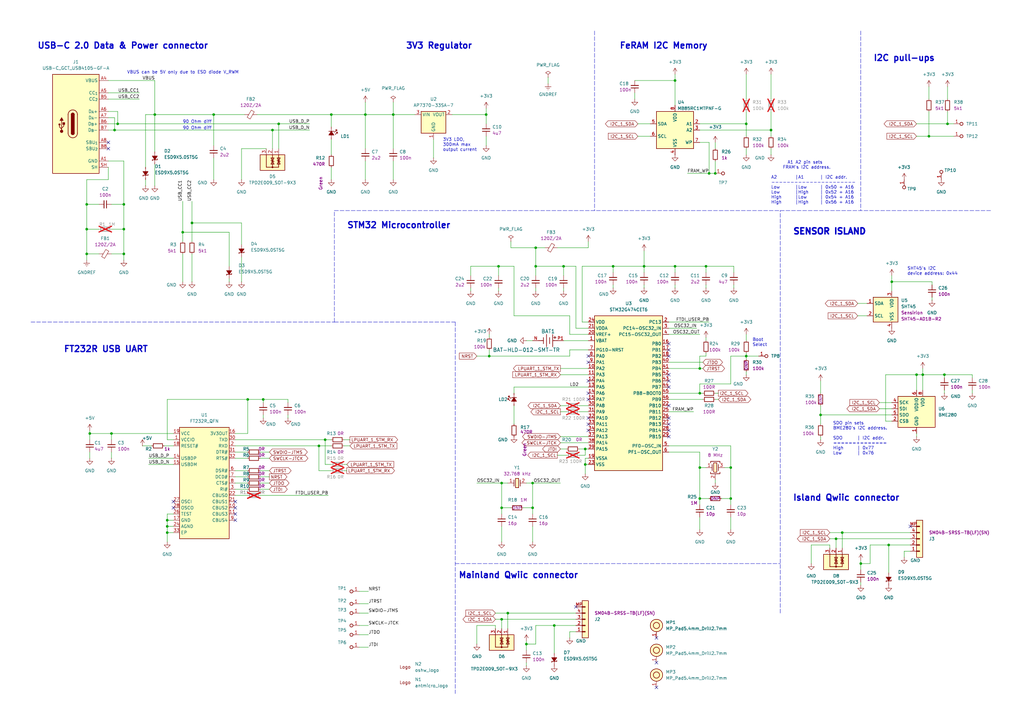
<source format=kicad_sch>
(kicad_sch (version 20230121) (generator eeschema)
  (paper "A3")
  (title_block (title "Environmental Sensor") (date "2023-06-07") (rev "1.1.0") (company "Antmicro Ltd") (comment 1 "www.antmicro.com"))
  (junction (at 218.44 208.28))
  (junction (at 161.29 46.99))
  (junction (at 107.95 163.83))
  (junction (at 240.03 190.5))
  (junction (at 208.28 251.46))
  (junction (at 50.8 104.14))
  (junction (at 342.9 220.98))
  (junction (at 68.58 215.9))
  (junction (at 290.83 71.12))
  (junction (at 240.03 184.15))
  (junction (at 364.49 223.52))
  (junction (at 35.56 104.14))
  (junction (at 316.23 53.34))
  (junction (at 215.9 264.16))
  (junction (at 287.02 204.47))
  (junction (at 345.44 218.44))
  (junction (at 251.46 109.22))
  (junction (at 378.46 153.67))
  (junction (at 287.02 191.77))
  (junction (at 306.07 50.8))
  (junction (at 264.16 109.22))
  (junction (at 293.37 71.12))
  (junction (at 276.86 33.02))
  (junction (at 365.76 115.57))
  (junction (at 45.72 177.8))
  (junction (at 35.56 93.98))
  (junction (at 200.66 146.05))
  (junction (at 353.06 231.14))
  (junction (at 35.56 83.82))
  (junction (at 63.5 46.99))
  (junction (at 299.72 191.77))
  (junction (at 289.56 109.22))
  (junction (at 204.47 109.22))
  (junction (at 205.74 198.12))
  (junction (at 287.02 161.29))
  (junction (at 50.8 83.82))
  (junction (at 375.92 153.67))
  (junction (at 218.44 198.12))
  (junction (at 68.58 213.36))
  (junction (at 46.99 53.34))
  (junction (at 231.14 109.22))
  (junction (at 149.86 46.99))
  (junction (at 387.35 153.67))
  (junction (at 68.58 218.44))
  (junction (at 299.72 204.47))
  (junction (at 276.86 109.22))
  (junction (at 114.3 50.8))
  (junction (at 205.74 208.28))
  (junction (at 48.26 50.8))
  (junction (at 135.89 46.99))
  (junction (at 133.35 180.34))
  (junction (at 287.02 151.13))
  (junction (at 74.93 95.25))
  (junction (at 36.83 177.8))
  (junction (at 87.63 46.99))
  (junction (at 101.6 163.83))
  (junction (at 388.62 50.8))
  (junction (at 381 55.88))
  (junction (at 111.76 53.34))
  (junction (at 219.71 101.6))
  (junction (at 219.71 109.22))
  (junction (at 130.81 182.88))
  (junction (at 306.07 146.05))
  (junction (at 227.33 256.54))
  (junction (at 50.8 93.98))
  (junction (at 199.39 46.99))
  (junction (at 205.74 254))
  (junction (at 336.55 170.18))
  (junction (at 78.74 91.44))
  (no_connect (at 373.38 215.9))
  (no_connect (at 96.52 210.82))
  (no_connect (at 269.24 281.94))
  (no_connect (at 241.3 163.83))
  (no_connect (at 241.3 146.05))
  (no_connect (at 44.45 60.96))
  (no_connect (at 274.32 166.37))
  (no_connect (at 241.3 171.45))
  (no_connect (at 274.32 143.51))
  (no_connect (at 274.32 158.75))
  (no_connect (at 71.12 208.28))
  (no_connect (at 274.32 173.99))
  (no_connect (at 96.52 213.36))
  (no_connect (at 241.3 156.21))
  (no_connect (at 274.32 146.05))
  (no_connect (at 269.24 261.62))
  (no_connect (at 44.45 58.42))
  (no_connect (at 96.52 208.28))
  (no_connect (at 241.3 176.53))
  (no_connect (at 241.3 161.29))
  (no_connect (at 96.52 205.74))
  (no_connect (at 71.12 205.74))
  (no_connect (at 274.32 179.07))
  (no_connect (at 269.24 271.78))
  (no_connect (at 274.32 176.53))
  (no_connect (at 274.32 156.21))
  (no_connect (at 274.32 140.97))
  (no_connect (at 274.32 153.67))
  (no_connect (at 241.3 173.99))
  (no_connect (at 274.32 171.45))
  (no_connect (at 236.22 248.92))
  (no_connect (at 241.3 148.59))
  (wire (pts (xy 382.27 121.92) (xy 382.27 123.19)))
  (wire (pts (xy 205.74 208.28) (xy 205.74 210.82)))
  (wire (pts (xy 229.87 168.91) (xy 232.41 168.91)))
  (wire (pts (xy 316.23 60.96) (xy 316.23 63.5)))
  (wire (pts (xy 44.45 45.72) (xy 48.26 45.72)))
  (wire (pts (xy 36.83 177.8) (xy 45.72 177.8)))
  (wire (pts (xy 35.56 104.14) (xy 40.64 104.14)))
  (wire (pts (xy 210.82 109.22) (xy 210.82 129.54)))
  (wire (pts (xy 210.82 158.75) (xy 210.82 161.29)))
  (wire (pts (xy 96.52 177.8) (xy 101.6 177.8)))
  (wire (pts (xy 135.89 46.99) (xy 149.86 46.99)))
  (wire (pts (xy 107.95 170.18) (xy 107.95 171.45)))
  (wire (pts (xy 388.62 50.8) (xy 391.16 50.8)))
  (wire (pts (xy 109.22 60.96) (xy 99.06 60.96)))
  (wire (pts (xy 133.35 190.5) (xy 135.89 190.5)))
  (wire (pts (xy 237.49 166.37) (xy 241.3 166.37)))
  (wire (pts (xy 210.82 129.54) (xy 233.68 129.54)))
  (wire (pts (xy 229.87 151.13) (xy 241.3 151.13)))
  (wire (pts (xy 240.03 187.96) (xy 241.3 187.96)))
  (wire (pts (xy 375.92 50.8) (xy 388.62 50.8)))
  (wire (pts (xy 63.5 33.02) (xy 63.5 46.99)))
  (wire (pts (xy 204.47 118.11) (xy 204.47 119.38)))
  (wire (pts (xy 195.58 198.12) (xy 205.74 198.12)))
  (wire (pts (xy 299.72 182.88) (xy 299.72 191.77)))
  (wire (pts (xy 306.07 146.05) (xy 306.07 147.32)))
  (wire (pts (xy 177.8 57.15) (xy 177.8 64.77)))
  (wire (pts (xy 78.74 91.44) (xy 78.74 99.06)))
  (wire (pts (xy 200.66 146.05) (xy 233.68 146.05)))
  (wire (pts (xy 219.71 264.16) (xy 215.9 264.16)))
  (wire (pts (xy 231.14 139.7) (xy 241.3 139.7)))
  (wire (pts (xy 99.06 105.41) (xy 99.06 115.57)))
  (wire (pts (xy 114.3 50.8) (xy 114.3 60.96)))
  (wire (pts (xy 218.44 215.9) (xy 218.44 222.25)))
  (wire (pts (xy 209.55 99.06) (xy 209.55 101.6)))
  (wire (pts (xy 195.58 256.54) (xy 203.2 256.54)))
  (wire (pts (xy 287.02 185.42) (xy 287.02 191.77)))
  (wire (pts (xy 398.78 160.02) (xy 398.78 161.29)))
  (wire (pts (xy 114.3 50.8) (xy 127 50.8)))
  (wire (pts (xy 264.16 116.84) (xy 264.16 118.11)))
  (wire (pts (xy 96.52 198.12) (xy 101.6 198.12)))
  (wire (pts (xy 106.68 187.96) (xy 110.49 187.96)))
  (wire (pts (xy 87.63 46.99) (xy 87.63 59.69)))
  (wire (pts (xy 218.44 208.28) (xy 218.44 210.82)))
  (wire (pts (xy 287.02 157.48) (xy 287.02 161.29)))
  (wire (pts (xy 107.95 163.83) (xy 118.11 163.83)))
  (wire (pts (xy 336.55 166.37) (xy 336.55 170.18)))
  (wire (pts (xy 50.8 83.82) (xy 50.8 93.98)))
  (wire (pts (xy 373.38 226.06) (xy 370.84 226.06)))
  (wire (pts (xy 44.45 50.8) (xy 48.26 50.8)))
  (wire (pts (xy 378.46 151.13) (xy 378.46 153.67)))
  (wire (pts (xy 87.63 46.99) (xy 100.33 46.99)))
  (wire (pts (xy 78.74 82.55) (xy 78.74 91.44)))
  (wire (pts (xy 218.44 198.12) (xy 229.87 198.12)))
  (polyline (pts (xy 137.16 132.08) (xy 186.69 132.08)) (stroke (width 0) (type dash)))
  (wire (pts (xy 345.44 218.44) (xy 345.44 224.79)))
  (polyline (pts (xy 353.06 12.7) (xy 353.06 86.36)) (stroke (width 0) (type dash)))
  (wire (pts (xy 233.68 143.51) (xy 233.68 146.05)))
  (wire (pts (xy 45.72 93.98) (xy 50.8 93.98)))
  (wire (pts (xy 356.87 223.52) (xy 356.87 231.14)))
  (wire (pts (xy 59.69 73.66) (xy 59.69 76.2)))
  (wire (pts (xy 233.68 137.16) (xy 241.3 137.16)))
  (wire (pts (xy 71.12 180.34) (xy 68.58 180.34)))
  (polyline (pts (xy 137.16 132.08) (xy 137.16 86.36)) (stroke (width 0) (type dash)))
  (wire (pts (xy 78.74 91.44) (xy 99.06 91.44)))
  (wire (pts (xy 260.35 38.1) (xy 260.35 40.64)))
  (wire (pts (xy 365.76 115.57) (xy 382.27 115.57)))
  (wire (pts (xy 106.68 193.04) (xy 110.49 193.04)))
  (wire (pts (xy 161.29 41.91) (xy 161.29 46.99)))
  (wire (pts (xy 219.71 101.6) (xy 219.71 109.22)))
  (wire (pts (xy 161.29 46.99) (xy 170.18 46.99)))
  (wire (pts (xy 293.37 58.42) (xy 293.37 60.96)))
  (wire (pts (xy 50.8 66.04) (xy 44.45 66.04)))
  (wire (pts (xy 274.32 182.88) (xy 299.72 182.88)))
  (wire (pts (xy 281.94 71.12) (xy 290.83 71.12)))
  (wire (pts (xy 204.47 109.22) (xy 210.82 109.22)))
  (wire (pts (xy 219.71 109.22) (xy 219.71 113.03)))
  (wire (pts (xy 289.56 138.43) (xy 289.56 139.7)))
  (wire (pts (xy 105.41 46.99) (xy 135.89 46.99)))
  (wire (pts (xy 289.56 116.84) (xy 289.56 118.11)))
  (wire (pts (xy 218.44 198.12) (xy 218.44 208.28)))
  (wire (pts (xy 78.74 104.14) (xy 78.74 115.57)))
  (wire (pts (xy 287.02 58.42) (xy 290.83 58.42)))
  (wire (pts (xy 229.87 153.67) (xy 241.3 153.67)))
  (wire (pts (xy 236.22 134.62) (xy 241.3 134.62)))
  (wire (pts (xy 293.37 161.29) (xy 294.64 161.29)))
  (wire (pts (xy 295.91 204.47) (xy 299.72 204.47)))
  (wire (pts (xy 208.28 198.12) (xy 205.74 198.12)))
  (wire (pts (xy 44.45 68.58) (xy 44.45 73.66)))
  (wire (pts (xy 288.29 151.13) (xy 287.02 151.13)))
  (wire (pts (xy 71.12 210.82) (xy 68.58 210.82)))
  (wire (pts (xy 274.32 132.08) (xy 290.83 132.08)))
  (wire (pts (xy 74.93 82.55) (xy 74.93 95.25)))
  (wire (pts (xy 287.02 191.77) (xy 287.02 204.47)))
  (wire (pts (xy 106.68 185.42) (xy 110.49 185.42)))
  (wire (pts (xy 35.56 83.82) (xy 35.56 93.98)))
  (wire (pts (xy 63.5 46.99) (xy 63.5 62.23)))
  (wire (pts (xy 300.99 109.22) (xy 300.99 111.76)))
  (wire (pts (xy 35.56 73.66) (xy 35.56 83.82)))
  (wire (pts (xy 300.99 109.22) (xy 289.56 109.22)))
  (wire (pts (xy 287.02 53.34) (xy 316.23 53.34)))
  (wire (pts (xy 45.72 83.82) (xy 50.8 83.82)))
  (wire (pts (xy 59.69 46.99) (xy 63.5 46.99)))
  (wire (pts (xy 50.8 104.14) (xy 50.8 106.68)))
  (wire (pts (xy 46.99 48.26) (xy 46.99 53.34)))
  (wire (pts (xy 360.68 165.1) (xy 365.76 165.1)))
  (polyline (pts (xy 186.69 231.14) (xy 320.04 231.14)) (stroke (width 0) (type dash)))
  (wire (pts (xy 293.37 163.83) (xy 294.64 163.83)))
  (wire (pts (xy 229.87 181.61) (xy 241.3 181.61)))
  (wire (pts (xy 289.56 144.78) (xy 289.56 146.05)))
  (wire (pts (xy 353.06 231.14) (xy 353.06 233.68)))
  (wire (pts (xy 233.68 129.54) (xy 233.68 137.16)))
  (wire (pts (xy 233.68 143.51) (xy 241.3 143.51)))
  (wire (pts (xy 96.52 200.66) (xy 101.6 200.66)))
  (wire (pts (xy 261.62 55.88) (xy 266.7 55.88)))
  (wire (pts (xy 96.52 193.04) (xy 101.6 193.04)))
  (wire (pts (xy 306.07 144.78) (xy 306.07 146.05)))
  (wire (pts (xy 382.27 115.57) (xy 382.27 116.84)))
  (wire (pts (xy 147.32 265.43) (xy 151.13 265.43)))
  (wire (pts (xy 293.37 66.04) (xy 293.37 71.12)))
  (wire (pts (xy 340.36 218.44) (xy 345.44 218.44)))
  (wire (pts (xy 299.72 146.05) (xy 306.07 146.05)))
  (wire (pts (xy 375.92 153.67) (xy 378.46 153.67)))
  (wire (pts (xy 287.02 146.05) (xy 287.02 151.13)))
  (wire (pts (xy 364.49 223.52) (xy 364.49 234.95)))
  (wire (pts (xy 219.71 118.11) (xy 219.71 119.38)))
  (wire (pts (xy 351.79 124.46) (xy 355.6 124.46)))
  (wire (pts (xy 381 55.88) (xy 391.16 55.88)))
  (wire (pts (xy 36.83 185.42) (xy 36.83 187.96)))
  (wire (pts (xy 387.35 153.67) (xy 398.78 153.67)))
  (wire (pts (xy 306.07 30.48) (xy 306.07 40.64)))
  (wire (pts (xy 99.06 60.96) (xy 99.06 73.66)))
  (wire (pts (xy 316.23 53.34) (xy 316.23 55.88)))
  (wire (pts (xy 240.03 186.69) (xy 240.03 184.15)))
  (wire (pts (xy 44.45 40.64) (xy 57.15 40.64)))
  (wire (pts (xy 251.46 109.22) (xy 251.46 111.76)))
  (wire (pts (xy 68.58 218.44) (xy 68.58 222.25)))
  (wire (pts (xy 50.8 66.04) (xy 50.8 83.82)))
  (wire (pts (xy 106.68 195.58) (xy 110.49 195.58)))
  (polyline (pts (xy 12.7 132.08) (xy 137.16 132.08)) (stroke (width 0) (type dash)))
  (wire (pts (xy 364.49 223.52) (xy 356.87 223.52)))
  (wire (pts (xy 287.02 157.48) (xy 299.72 157.48)))
  (wire (pts (xy 387.35 153.67) (xy 387.35 154.94)))
  (wire (pts (xy 306.07 137.16) (xy 306.07 139.7)))
  (wire (pts (xy 140.97 182.88) (xy 143.51 182.88)))
  (wire (pts (xy 200.66 137.16) (xy 200.66 138.43)))
  (wire (pts (xy 316.23 45.72) (xy 316.23 53.34)))
  (wire (pts (xy 336.55 170.18) (xy 365.76 170.18)))
  (wire (pts (xy 299.72 212.09) (xy 299.72 217.17)))
  (wire (pts (xy 227.33 256.54) (xy 236.22 256.54)))
  (wire (pts (xy 68.58 215.9) (xy 68.58 218.44)))
  (wire (pts (xy 204.47 109.22) (xy 193.04 109.22)))
  (polyline (pts (xy 320.04 251.46) (xy 320.04 86.36)) (stroke (width 0) (type dash)))
  (wire (pts (xy 67.31 182.88) (xy 71.12 182.88)))
  (wire (pts (xy 218.44 139.7) (xy 215.9 139.7)))
  (wire (pts (xy 306.07 152.4) (xy 306.07 153.67)))
  (wire (pts (xy 203.2 251.46) (xy 208.28 251.46)))
  (wire (pts (xy 68.58 218.44) (xy 71.12 218.44)))
  (wire (pts (xy 287.02 146.05) (xy 289.56 146.05)))
  (wire (pts (xy 240.03 187.96) (xy 240.03 190.5)))
  (wire (pts (xy 229.87 184.15) (xy 232.41 184.15)))
  (wire (pts (xy 290.83 71.12) (xy 293.37 71.12)))
  (wire (pts (xy 149.86 46.99) (xy 161.29 46.99)))
  (wire (pts (xy 375.92 177.8) (xy 375.92 179.07)))
  (wire (pts (xy 375.92 153.67) (xy 363.22 153.67)))
  (wire (pts (xy 60.96 187.96) (xy 71.12 187.96)))
  (wire (pts (xy 193.04 109.22) (xy 193.04 113.03)))
  (wire (pts (xy 240.03 190.5) (xy 240.03 194.31)))
  (wire (pts (xy 342.9 220.98) (xy 373.38 220.98)))
  (wire (pts (xy 299.72 146.05) (xy 299.72 157.48)))
  (wire (pts (xy 342.9 220.98) (xy 342.9 224.79)))
  (wire (pts (xy 370.84 226.06) (xy 370.84 228.6)))
  (wire (pts (xy 60.96 190.5) (xy 71.12 190.5)))
  (wire (pts (xy 135.89 68.58) (xy 135.89 73.66)))
  (wire (pts (xy 185.42 46.99) (xy 199.39 46.99)))
  (wire (pts (xy 208.28 251.46) (xy 208.28 257.81)))
  (wire (pts (xy 332.74 231.14) (xy 332.74 223.52)))
  (wire (pts (xy 130.81 193.04) (xy 130.81 182.88)))
  (wire (pts (xy 74.93 95.25) (xy 74.93 99.06)))
  (wire (pts (xy 93.98 95.25) (xy 74.93 95.25)))
  (wire (pts (xy 36.83 177.8) (xy 36.83 180.34)))
  (wire (pts (xy 135.89 57.15) (xy 135.89 63.5)))
  (wire (pts (xy 68.58 210.82) (xy 68.58 213.36)))
  (wire (pts (xy 36.83 176.53) (xy 36.83 177.8)))
  (wire (pts (xy 306.07 60.96) (xy 306.07 63.5)))
  (wire (pts (xy 353.06 238.76) (xy 353.06 240.03)))
  (wire (pts (xy 289.56 109.22) (xy 276.86 109.22)))
  (wire (pts (xy 149.86 66.04) (xy 149.86 73.66)))
  (wire (pts (xy 161.29 66.04) (xy 161.29 73.66)))
  (wire (pts (xy 276.86 30.48) (xy 276.86 33.02)))
  (wire (pts (xy 287.02 204.47) (xy 287.02 207.01)))
  (wire (pts (xy 106.68 200.66) (xy 110.49 200.66)))
  (wire (pts (xy 147.32 247.65) (xy 151.13 247.65)))
  (wire (pts (xy 381 45.72) (xy 381 55.88)))
  (wire (pts (xy 48.26 50.8) (xy 114.3 50.8)))
  (wire (pts (xy 241.3 158.75) (xy 210.82 158.75)))
  (wire (pts (xy 227.33 256.54) (xy 219.71 256.54)))
  (wire (pts (xy 237.49 186.69) (xy 240.03 186.69)))
  (wire (pts (xy 147.32 251.46) (xy 151.13 251.46)))
  (wire (pts (xy 215.9 198.12) (xy 218.44 198.12)))
  (wire (pts (xy 44.45 48.26) (xy 46.99 48.26)))
  (wire (pts (xy 340.36 220.98) (xy 342.9 220.98)))
  (wire (pts (xy 276.86 109.22) (xy 264.16 109.22)))
  (wire (pts (xy 35.56 93.98) (xy 35.56 104.14)))
  (wire (pts (xy 133.35 190.5) (xy 133.35 180.34)))
  (wire (pts (xy 205.74 215.9) (xy 205.74 222.25)))
  (wire (pts (xy 356.87 231.14) (xy 353.06 231.14)))
  (wire (pts (xy 287.02 204.47) (xy 290.83 204.47)))
  (wire (pts (xy 147.32 256.54) (xy 151.13 256.54)))
  (wire (pts (xy 287.02 191.77) (xy 289.56 191.77)))
  (wire (pts (xy 96.52 187.96) (xy 101.6 187.96)))
  (wire (pts (xy 336.55 170.18) (xy 336.55 173.99)))
  (wire (pts (xy 195.58 146.05) (xy 200.66 146.05)))
  (wire (pts (xy 96.52 180.34) (xy 133.35 180.34)))
  (wire (pts (xy 147.32 242.57) (xy 151.13 242.57)))
  (wire (pts (xy 375.92 153.67) (xy 375.92 160.02)))
  (wire (pts (xy 363.22 172.72) (xy 365.76 172.72)))
  (wire (pts (xy 208.28 251.46) (xy 236.22 251.46)))
  (wire (pts (xy 45.72 180.34) (xy 45.72 177.8)))
  (wire (pts (xy 68.58 163.83) (xy 101.6 163.83)))
  (wire (pts (xy 96.52 203.2) (xy 101.6 203.2)))
  (wire (pts (xy 316.23 30.48) (xy 316.23 40.64)))
  (wire (pts (xy 276.86 33.02) (xy 276.86 43.18)))
  (wire (pts (xy 364.49 223.52) (xy 373.38 223.52)))
  (wire (pts (xy 236.22 259.08) (xy 233.68 259.08)))
  (wire (pts (xy 147.32 260.35) (xy 151.13 260.35)))
  (wire (pts (xy 68.58 215.9) (xy 71.12 215.9)))
  (wire (pts (xy 135.89 52.07) (xy 135.89 46.99)))
  (wire (pts (xy 238.76 132.08) (xy 241.3 132.08)))
  (wire (pts (xy 276.86 33.02) (xy 260.35 33.02)))
  (wire (pts (xy 276.86 109.22) (xy 276.86 111.76)))
  (wire (pts (xy 93.98 114.3) (xy 93.98 115.57)))
  (wire (pts (xy 264.16 109.22) (xy 251.46 109.22)))
  (wire (pts (xy 290.83 58.42) (xy 290.83 71.12)))
  (wire (pts (xy 351.79 129.54) (xy 355.6 129.54)))
  (wire (pts (xy 101.6 163.83) (xy 107.95 163.83)))
  (wire (pts (xy 229.87 179.07) (xy 241.3 179.07)))
  (wire (pts (xy 287.02 50.8) (xy 306.07 50.8)))
  (wire (pts (xy 50.8 93.98) (xy 50.8 104.14)))
  (wire (pts (xy 204.47 109.22) (xy 204.47 113.03)))
  (wire (pts (xy 118.11 170.18) (xy 118.11 171.45)))
  (wire (pts (xy 193.04 118.11) (xy 193.04 119.38)))
  (wire (pts (xy 231.14 109.22) (xy 236.22 109.22)))
  (wire (pts (xy 274.32 185.42) (xy 287.02 185.42)))
  (wire (pts (xy 59.69 46.99) (xy 59.69 68.58)))
  (wire (pts (xy 231.14 109.22) (xy 231.14 113.03)))
  (wire (pts (xy 106.68 198.12) (xy 110.49 198.12)))
  (wire (pts (xy 63.5 46.99) (xy 87.63 46.99)))
  (wire (pts (xy 306.07 146.05) (xy 311.15 146.05)))
  (wire (pts (xy 140.97 190.5) (xy 142.24 190.5)))
  (wire (pts (xy 228.6 186.69) (xy 232.41 186.69)))
  (wire (pts (xy 68.58 213.36) (xy 68.58 215.9)))
  (wire (pts (xy 99.06 91.44) (xy 99.06 100.33)))
  (wire (pts (xy 264.16 109.22) (xy 264.16 111.76)))
  (wire (pts (xy 233.68 259.08) (xy 233.68 261.62)))
  (wire (pts (xy 140.97 180.34) (xy 143.51 180.34)))
  (wire (pts (xy 205.74 254) (xy 236.22 254)))
  (wire (pts (xy 205.74 208.28) (xy 209.55 208.28)))
  (wire (pts (xy 96.52 185.42) (xy 101.6 185.42)))
  (wire (pts (xy 214.63 208.28) (xy 218.44 208.28)))
  (wire (pts (xy 306.07 45.72) (xy 306.07 50.8)))
  (wire (pts (xy 203.2 256.54) (xy 203.2 257.81)))
  (wire (pts (xy 74.93 104.14) (xy 74.93 115.57)))
  (wire (pts (xy 306.07 50.8) (xy 306.07 55.88)))
  (wire (pts (xy 293.37 196.85) (xy 293.37 198.12)))
  (wire (pts (xy 353.06 229.87) (xy 353.06 231.14)))
  (wire (pts (xy 35.56 73.66) (xy 44.45 73.66)))
  (wire (pts (xy 71.12 213.36) (xy 68.58 213.36)))
  (wire (pts (xy 238.76 109.22) (xy 238.76 132.08)))
  (wire (pts (xy 300.99 116.84) (xy 300.99 118.11)))
  (wire (pts (xy 210.82 166.37) (xy 210.82 173.99)))
  (polyline (pts (xy 186.69 132.08) (xy 186.69 284.48)) (stroke (width 0) (type dash)))
  (wire (pts (xy 219.71 256.54) (xy 219.71 264.16)))
  (wire (pts (xy 360.68 167.64) (xy 365.76 167.64)))
  (wire (pts (xy 274.32 137.16) (xy 287.02 137.16)))
  (wire (pts (xy 289.56 111.76) (xy 289.56 109.22)))
  (wire (pts (xy 106.68 203.2) (xy 134.62 203.2)))
  (wire (pts (xy 299.72 191.77) (xy 299.72 204.47)))
  (polyline (pts (xy 243.84 12.7) (xy 243.84 86.36)) (stroke (width 0) (type dash)))
  (wire (pts (xy 215.9 271.78) (xy 215.9 273.05)))
  (wire (pts (xy 140.97 193.04) (xy 142.24 193.04)))
  (wire (pts (xy 264.16 102.87) (xy 264.16 109.22)))
  (wire (pts (xy 111.76 53.34) (xy 127 53.34)))
  (wire (pts (xy 215.9 262.89) (xy 215.9 264.16)))
  (wire (pts (xy 199.39 55.88) (xy 199.39 59.69)))
  (wire (pts (xy 93.98 95.25) (xy 93.98 109.22)))
  (wire (pts (xy 130.81 182.88) (xy 135.89 182.88)))
  (wire (pts (xy 297.18 191.77) (xy 299.72 191.77)))
  (polyline (pts (xy 137.16 86.36) (xy 406.4 86.36)) (stroke (width 0) (type dash)))
  (wire (pts (xy 231.14 118.11) (xy 231.14 119.38)))
  (wire (pts (xy 345.44 218.44) (xy 373.38 218.44)))
  (wire (pts (xy 365.76 113.03) (xy 365.76 115.57)))
  (wire (pts (xy 46.99 53.34) (xy 111.76 53.34)))
  (wire (pts (xy 68.58 180.34) (xy 68.58 163.83)))
  (wire (pts (xy 45.72 177.8) (xy 71.12 177.8)))
  (wire (pts (xy 387.35 160.02) (xy 387.35 161.29)))
  (wire (pts (xy 101.6 163.83) (xy 101.6 177.8)))
  (wire (pts (xy 240.03 184.15) (xy 241.3 184.15)))
  (wire (pts (xy 62.23 182.88) (xy 58.42 182.88)))
  (wire (pts (xy 274.32 168.91) (xy 284.48 168.91)))
  (wire (pts (xy 237.49 184.15) (xy 240.03 184.15)))
  (wire (pts (xy 238.76 109.22) (xy 251.46 109.22)))
  (wire (pts (xy 205.74 254) (xy 205.74 257.81)))
  (wire (pts (xy 44.45 38.1) (xy 57.15 38.1)))
  (wire (pts (xy 149.86 41.91) (xy 149.86 46.99)))
  (wire (pts (xy 63.5 76.2) (xy 63.5 67.31)))
  (wire (pts (xy 195.58 264.16) (xy 195.58 256.54)))
  (wire (pts (xy 363.22 153.67) (xy 363.22 172.72)))
  (wire (pts (xy 336.55 156.21) (xy 336.55 161.29)))
  (wire (pts (xy 48.26 45.72) (xy 48.26 50.8)))
  (wire (pts (xy 276.86 116.84) (xy 276.86 118.11)))
  (wire (pts (xy 200.66 143.51) (xy 200.66 146.05)))
  (wire (pts (xy 35.56 104.14) (xy 35.56 106.68)))
  (wire (pts (xy 378.46 153.67) (xy 378.46 160.02)))
  (wire (pts (xy 287.02 151.13) (xy 274.32 151.13)))
  (wire (pts (xy 107.95 163.83) (xy 107.95 165.1)))
  (wire (pts (xy 332.74 223.52) (xy 340.36 223.52)))
  (wire (pts (xy 35.56 83.82) (xy 40.64 83.82)))
  (wire (pts (xy 45.72 185.42) (xy 45.72 187.96)))
  (wire (pts (xy 236.22 109.22) (xy 236.22 134.62)))
  (wire (pts (xy 149.86 46.99) (xy 149.86 60.96)))
  (wire (pts (xy 274.32 134.62) (xy 285.75 134.62)))
  (wire (pts (xy 287.02 212.09) (xy 287.02 217.17)))
  (wire (pts (xy 35.56 93.98) (xy 40.64 93.98)))
  (wire (pts (xy 237.49 168.91) (xy 241.3 168.91)))
  (wire (pts (xy 274.32 161.29) (xy 287.02 161.29)))
  (wire (pts (xy 96.52 195.58) (xy 101.6 195.58)))
  (wire (pts (xy 274.32 163.83) (xy 288.29 163.83)))
  (wire (pts (xy 288.29 148.59) (xy 274.32 148.59)))
  (wire (pts (xy 44.45 33.02) (xy 63.5 33.02)))
  (wire (pts (xy 44.45 53.34) (xy 46.99 53.34)))
  (wire (pts (xy 261.62 50.8) (xy 266.7 50.8)))
  (wire (pts (xy 87.63 64.77) (xy 87.63 73.66)))
  (wire (pts (xy 199.39 46.99) (xy 199.39 50.8)))
  (wire (pts (xy 96.52 182.88) (xy 130.81 182.88)))
  (wire (pts (xy 111.76 53.34) (xy 111.76 60.96)))
  (wire (pts (xy 388.62 45.72) (xy 388.62 50.8)))
  (wire (pts (xy 231.14 109.22) (xy 219.71 109.22)))
  (wire (pts (xy 229.87 166.37) (xy 232.41 166.37)))
  (wire (pts (xy 219.71 101.6) (xy 209.55 101.6)))
  (wire (pts (xy 203.2 254) (xy 205.74 254)))
  (wire (pts (xy 219.71 101.6) (xy 223.52 101.6)))
  (wire (pts (xy 227.33 256.54) (xy 227.33 267.97)))
  (wire (pts (xy 199.39 44.45) (xy 199.39 46.99)))
  (wire (pts (xy 398.78 153.67) (xy 398.78 154.94)))
  (wire (pts (xy 378.46 153.67) (xy 387.35 153.67)))
  (wire (pts (xy 299.72 204.47) (xy 299.72 207.01)))
  (wire (pts (xy 287.02 161.29) (xy 288.29 161.29)))
  (wire (pts (xy 375.92 55.88) (xy 381 55.88)))
  (wire (pts (xy 241.3 101.6) (xy 228.6 101.6)))
  (wire (pts (xy 161.29 46.99) (xy 161.29 60.96)))
  (wire (pts (xy 365.76 115.57) (xy 365.76 119.38)))
  (wire (pts (xy 224.79 31.75) (xy 224.79 34.29)))
  (wire (pts (xy 240.03 190.5) (xy 241.3 190.5)))
  (wire (pts (xy 45.72 104.14) (xy 50.8 104.14)))
  (wire (pts (xy 133.35 180.34) (xy 135.89 180.34)))
  (wire (pts (xy 205.74 198.12) (xy 205.74 208.28)))
  (wire (pts (xy 130.81 193.04) (xy 135.89 193.04)))
  (wire (pts (xy 336.55 179.07) (xy 336.55 180.34)))
  (wire (pts (xy 241.3 99.06) (xy 241.3 101.6)))
  (wire (pts (xy 340.36 223.52) (xy 340.36 224.79)))
  (wire (pts (xy 215.9 264.16) (xy 215.9 266.7)))
  (wire (pts (xy 388.62 40.64) (xy 388.62 35.56)))
  (wire (pts (xy 251.46 116.84) (xy 251.46 118.11)))
  (wire (pts (xy 381 40.64) (xy 381 35.56)))
  (wire (pts (xy 118.11 163.83) (xy 118.11 165.1)))
  (text "3V3 LDO,\n300mA max \noutput current" (at 181.61 62.23 0) (effects (font (size 1.27 1.27)) (justify left bottom)))
  (text "Island Qwiic connector" (at 325.12 205.74 0) (effects (font (size 2.5 2.5) (thickness 0.5) bold) (justify left bottom)))
  (text "FT232R USB UART\n" (at 26.035 144.78 0) (effects (font (size 2.5 2.5) (thickness 0.5) bold) (justify left bottom)))
  (text "STM32 Microcontroller" (at 142.24 93.98 0) (effects (font (size 2.5 2.5) (thickness 0.5) bold) (justify left bottom)))
  (text "3V3 Regulator" (at 166.37 20.32 0) (effects (font (size 2.5 2.5) (thickness 0.5) bold) (justify left bottom)))
  (text "90 Ohm diff" (at 74.93 53.34 0) (effects (font (size 1.27 1.27)) (justify left bottom)))
  (text "USB-C 2.0 Data & Power connector" (at 15.24 20.32 0) (effects (font (size 2.5 2.5) (thickness 0.5) bold) (justify left bottom)))
  (text "SDO pin sets \nBME280's I2C address.\n\nSDO		| I2C addr.\n======+=======\nHigh	| 0x77\nLow		| 0x76" (at 341.63 186.69 0) (effects (font (size 1.27 1.27)) (justify left bottom)))
  (text "	  A1 A2 pin sets \n	FRAM's I2C address.\n\nA2  	|A1  	| I2C addr.\n----------------------\nLow		|Low 	| 0x50 + A16\nLow		|High	| 0x52 + A16\nHigh	|Low 	| 0x54 + A16\nHigh	|High	| 0x56 + A16" (at 316.23 83.82 0) (effects (font (size 1.27 1.27)) (justify left bottom)))
  (text "90 Ohm diff" (at 74.93 50.8 0) (effects (font (size 1.27 1.27)) (justify left bottom)))
  (text "VBUS can be 5V only due to ESD diode V_RWM" (at 52.07 30.48 0) (effects (font (size 1.27 1.27)) (justify left bottom)))
  (text "Boot\nSelect" (at 308.61 142.24 0) (effects (font (size 1.27 1.27)) (justify left bottom)))
  (text "I2C pull-ups" (at 358.14 25.4 0) (effects (font (size 2.5 2.5) (thickness 0.5) bold) (justify left bottom)))
  (text "SENSOR ISLAND" (at 325.12 96.52 0) (effects (font (size 2.5 2.5) (thickness 0.6) bold) (justify left bottom)))
  (text "SHT45's I2C \ndevice address: 0x44" (at 372.11 113.03 0) (effects (font (size 1.27 1.27)) (justify left bottom)))
  (text "Mainland Qwiic connector" (at 187.96 237.49 0) (effects (font (size 2.5 2.5) (thickness 0.5) bold) (justify left bottom)))
  (text "FeRAM I2C Memory" (at 254 20.32 0) (effects (font (size 2.5 2.5) (thickness 0.5) bold) (justify left bottom)))
  (label "VBUS" (at 58.42 33.02 0))
  (label "USB_CC1" (at 74.93 82.55 90))
  (label "FTDI_USER_PB" (at 290.83 132.08 180))
  (label "SWDIO-JTMS" (at 151.13 251.46 0))
  (label "FTDI_USER_PB" (at 134.62 203.2 180))
  (label "USB_CC2" (at 57.15 40.64 180))
  (label "SWCLK-JTCK" (at 151.13 256.54 0))
  (label "USB_D_N" (at 60.96 190.5 0))
  (label "JTDI" (at 151.13 265.43 0))
  (label "USB_D_P" (at 127 50.8 180))
  (label "OSC32_OUT" (at 287.02 137.16 180))
  (label "USB_CC2" (at 78.74 82.55 90))
  (label "NRST" (at 151.13 242.57 0))
  (label "OSC32_IN" (at 195.58 198.12 0))
  (label "USB_D_P" (at 60.96 187.96 0))
  (label "LD2" (at 233.68 158.75 0))
  (label "USB_D_N" (at 127 53.34 180))
  (label "USB_CC1" (at 57.15 38.1 180))
  (label "JTDO" (at 151.13 260.35 0))
  (label "OSC32_OUT" (at 229.87 198.12 180))
  (label "JTRST" (at 151.13 247.65 0))
  (label "FRAM_WP" (at 281.94 71.12 0))
  (label "FRAM_WP" (at 284.48 168.91 180))
  (label "OSC32_IN" (at 285.75 134.62 180))
  (global_label "I2C_1_SCL" (shape output) (at 229.87 168.91 180) (property "Intersheetrefs" "${INTERSHEET_REFS}" (effects hide)))
  (global_label "I2C_1_SCL" (shape input) (at 360.68 165.1 180) (property "Intersheetrefs" "${INTERSHEET_REFS}" (effects hide)))
  (global_label "SWCLK-JTCK" (shape bidirectional) (at 110.49 187.96 0) (property "Intersheetrefs" "${INTERSHEET_REFS}" (effects hide)))
  (global_label "I2C_1_SDA" (shape bidirectional) (at 360.68 167.64 180) (property "Intersheetrefs" "${INTERSHEET_REFS}" (effects hide)))
  (global_label "NRST" (shape output) (at 110.49 195.58 0) (property "Intersheetrefs" "${INTERSHEET_REFS}" (effects hide)))
  (global_label "NRST" (shape input) (at 195.58 146.05 180) (property "Intersheetrefs" "${INTERSHEET_REFS}" (effects hide)))
  (global_label "I2C_1_SCL" (shape input) (at 375.92 55.88 180) (property "Intersheetrefs" "${INTERSHEET_REFS}" (effects hide)))
  (global_label "I2C_1_SDA" (shape bidirectional) (at 261.62 50.8 180) (property "Intersheetrefs" "${INTERSHEET_REFS}" (effects hide)))
  (global_label "SWCLK-JTCK" (shape bidirectional) (at 229.87 181.61 180) (property "Intersheetrefs" "${INTERSHEET_REFS}" (effects hide)))
  (global_label "LPUART_1_STM_TX" (shape output) (at 229.87 151.13 180) (property "Intersheetrefs" "${INTERSHEET_REFS}" (effects hide)))
  (global_label "I2C_1_SDA" (shape bidirectional) (at 340.36 220.98 180) (property "Intersheetrefs" "${INTERSHEET_REFS}" (effects hide)))
  (global_label "I2C_1_SDA" (shape bidirectional) (at 229.87 166.37 180) (property "Intersheetrefs" "${INTERSHEET_REFS}" (effects hide)))
  (global_label "I2C_1_SDA" (shape bidirectional) (at 375.92 50.8 180) (property "Intersheetrefs" "${INTERSHEET_REFS}" (effects hide)))
  (global_label "LPUART_1_STM_RX" (shape input) (at 229.87 153.67 180) (property "Intersheetrefs" "${INTERSHEET_REFS}" (effects hide)))
  (global_label "LPUART_1_STM_TX" (shape input) (at 142.24 190.5 0) (property "Intersheetrefs" "${INTERSHEET_REFS}" (effects hide)))
  (global_label "I2C_1_SDA" (shape bidirectional) (at 294.64 163.83 0) (property "Intersheetrefs" "${INTERSHEET_REFS}" (effects hide)))
  (global_label "JTDO" (shape bidirectional) (at 288.29 148.59 0) (property "Intersheetrefs" "${INTERSHEET_REFS}" (effects hide)))
  (global_label "I2C_1_SCL" (shape input) (at 203.2 251.46 180) (property "Intersheetrefs" "${INTERSHEET_REFS}" (effects hide)))
  (global_label "LPUART_1_STM_RX" (shape output) (at 143.51 180.34 0) (property "Intersheetrefs" "${INTERSHEET_REFS}" (effects hide)))
  (global_label "SWDIO-JTMS" (shape bidirectional) (at 110.49 185.42 0) (property "Intersheetrefs" "${INTERSHEET_REFS}" (effects hide)))
  (global_label "SWDIO-JTMS" (shape bidirectional) (at 229.87 179.07 180) (property "Intersheetrefs" "${INTERSHEET_REFS}" (effects hide)))
  (global_label "I2C_1_SDA" (shape bidirectional) (at 351.79 124.46 180) (property "Intersheetrefs" "${INTERSHEET_REFS}" (effects hide)))
  (global_label "JTRST" (shape bidirectional) (at 110.49 193.04 0) (property "Intersheetrefs" "${INTERSHEET_REFS}" (effects hide)))
  (global_label "I2C_1_SCL" (shape input) (at 351.79 129.54 180) (property "Intersheetrefs" "${INTERSHEET_REFS}" (effects hide)))
  (global_label "LPUART_1_STM_RX" (shape output) (at 142.24 193.04 0) (property "Intersheetrefs" "${INTERSHEET_REFS}" (effects hide)))
  (global_label "I2C_1_SCL" (shape input) (at 261.62 55.88 180) (property "Intersheetrefs" "${INTERSHEET_REFS}" (effects hide)))
  (global_label "I2C_1_SCL" (shape input) (at 340.36 218.44 180) (property "Intersheetrefs" "${INTERSHEET_REFS}" (effects hide)))
  (global_label "I2C_1_SCL" (shape output) (at 294.64 161.29 0) (property "Intersheetrefs" "${INTERSHEET_REFS}" (effects hide)))
  (global_label "JTDI" (shape bidirectional) (at 229.87 184.15 180) (property "Intersheetrefs" "${INTERSHEET_REFS}" (effects hide)))
  (global_label "JTDO" (shape bidirectional) (at 110.49 198.12 0) (property "Intersheetrefs" "${INTERSHEET_REFS}" (effects hide)))
  (global_label "I2C_1_SCL" (shape output) (at 228.6 186.69 180) (property "Intersheetrefs" "${INTERSHEET_REFS}" (effects hide)))
  (global_label "JTDI" (shape bidirectional) (at 110.49 200.66 0) (property "Intersheetrefs" "${INTERSHEET_REFS}" (effects hide)))
  (global_label "LPUART_1_STM_TX" (shape input) (at 143.51 182.88 0) (property "Intersheetrefs" "${INTERSHEET_REFS}" (effects hide)))
  (global_label "JTRST" (shape bidirectional) (at 288.29 151.13 0) (property "Intersheetrefs" "${INTERSHEET_REFS}" (effects hide)))
  (global_label "I2C_1_SDA" (shape bidirectional) (at 203.2 254 180) (property "Intersheetrefs" "${INTERSHEET_REFS}" (effects hide)))
  (symbol (lib_id "antmicropower:GND") (at 287.02 217.17 0) (mirror y) (unit 1)
    (property "Reference" "#PWR048" (effects hide))
    (property "Value" "GND" (at 287.02 222.25 0))
    (property "Author" "Antmicro" (effects hide))
    (property "License" "Apache-2.0" (effects hide))
  )
  (symbol (lib_id "antmicroCapacitors0402:C_100n_0402") (at 264.16 116.84 90) (unit 1)
    (property "Reference" "C15" (at 261.62 113.0235 90) (effects (justify left)))
    (property "Value" "C_100n_0402" (effects hide))
    (property "Footprint" "antmicro-footprints:C_0402_1005Metric" (effects hide))
    (property "Datasheet" "https://www.murata.com/products/productdetail?partno=GRM155R61H104KE14%23" (effects hide))
    (property "Manufacturer" "Murata" (effects hide))
    (property "MPN" "GRM155R61H104KE14D" (effects hide))
    (property "Val" "100n" (at 261.62 115.5635 90) (effects (justify left)))
    (property "License" "Apache-2.0" (effects hide))
    (property "Author" "Antmicro" (effects hide))
    (property "Voltage" "50V" (effects hide))
    (property "Dielectric" "X5R" (effects hide))
    (property "Public" "False" (effects hide))
  )
  (symbol (lib_id "antmicropower:+5V") (at 149.86 41.91 0) (unit 1)
    (property "Reference" "#PWR019" (effects hide))
    (property "Value" "+5V" (at 149.86 36.83 0))
    (property "Author" "Antmicro" (effects hide))
    (property "License" "Apache-2.0" (effects hide))
  )
  (symbol (lib_id "antmicroCapacitors0402:C_2u2_0402") (at 149.86 60.96 270) (unit 1)
    (property "Reference" "C7" (at 152.4 62.2362 90) (effects (justify left)))
    (property "Value" "C_2u2_0402" (effects hide))
    (property "Footprint" "antmicro-footprints:C_0402_1005Metric" (effects hide))
    (property "Datasheet" "https://product.tdk.com/en/search/capacitor/ceramic/mlcc/info?part_no=C1005X5R1A225K050BC" (effects hide))
    (property "Manufacturer" "TDK" (effects hide))
    (property "MPN" "C1005X5R1A225K050BC" (effects hide))
    (property "Val" "2u2" (at 152.4 64.7762 90) (effects (justify left)))
    (property "License" "Apache-2.0" (effects hide))
    (property "Author" "Antmicro" (effects hide))
    (property "Public" "False" (effects hide))
  )
  (symbol (lib_id "antmicroCapacitors0402:C_100n_0402") (at 398.78 154.94 270) (unit 1)
    (property "Reference" "C28" (at 401.32 156.2162 90) (effects (justify left)))
    (property "Value" "C_100n_0402" (effects hide))
    (property "Footprint" "antmicro-footprints:C_0402_1005Metric" (effects hide))
    (property "Datasheet" "https://www.murata.com/products/productdetail?partno=GRM155R61H104KE14%23" (effects hide))
    (property "Manufacturer" "Murata" (effects hide))
    (property "MPN" "GRM155R61H104KE14D" (effects hide))
    (property "Val" "100n" (at 401.32 158.7562 90) (effects (justify left)))
    (property "License" "Apache-2.0" (effects hide))
    (property "Author" "Antmicro" (effects hide))
    (property "Voltage" "50V" (effects hide))
    (property "Dielectric" "X5R" (effects hide))
    (property "Public" "False" (effects hide))
  )
  (symbol (lib_id "antmicroCapacitors0402:C_100n_0402") (at 107.95 170.18 90) (unit 1)
    (property "Reference" "C5" (at 110.49 166.3635 90) (effects (justify right)))
    (property "Value" "C_100n_0402" (effects hide))
    (property "Footprint" "antmicro-footprints:C_0402_1005Metric" (effects hide))
    (property "Datasheet" "https://www.murata.com/products/productdetail?partno=GRM155R61H104KE14%23" (effects hide))
    (property "Manufacturer" "Murata" (effects hide))
    (property "MPN" "GRM155R61H104KE14D" (effects hide))
    (property "Val" "100n" (at 110.49 168.9035 90) (effects (justify right)))
    (property "License" "Apache-2.0" (effects hide))
    (property "Author" "Antmicro" (effects hide))
    (property "Voltage" "50V" (effects hide))
    (property "Dielectric" "X5R" (effects hide))
    (property "Public" "False" (effects hide))
  )
  (symbol (lib_id "antmicropower:GND") (at 336.55 180.34 0) (mirror y) (unit 1)
    (property "Reference" "#PWR062" (effects hide))
    (property "Value" "GND" (at 336.55 185.42 0))
    (property "Author" "Antmicro" (effects hide))
    (property "License" "Apache-2.0" (effects hide))
  )
  (symbol (lib_id "antmicropower:+3V3") (at 293.37 58.42 0) (mirror y) (unit 1)
    (property "Reference" "#PWR049" (effects hide))
    (property "Value" "+3V3" (at 293.37 52.07 0))
    (property "Author" "Antmicro" (effects hide))
    (property "License" "Apache-2.0" (effects hide))
  )
  (symbol (lib_id "antmicropower:+3V3") (at 289.56 138.43 0) (unit 1)
    (property "Reference" "#PWR047" (effects hide))
    (property "Value" "+3V3" (at 289.56 133.35 0))
    (property "Author" "Antmicro" (effects hide))
    (property "License" "Apache-2.0" (effects hide))
  )
  (symbol (lib_id "antmicropower:GND") (at 74.93 115.57 0) (unit 1)
    (property "Reference" "#PWR010" (effects hide))
    (property "Value" "GND" (at 72.39 116.8399 0) (effects (justify right)))
    (property "Author" "Antmicro" (effects hide))
    (property "License" "Apache-2.0" (effects hide))
  )
  (symbol (lib_id "antmicroResistors0402:R_0R_0402") (at 135.89 190.5 0) (mirror x) (unit 1) (dnp yes)
    (property "Reference" "R15" (at 135.89 187.96 0))
    (property "Value" "R_0R_0402" (effects hide))
    (property "Footprint" "antmicro-footprints:R_0402_1005Metric" (effects hide))
    (property "Datasheet" "https://industrial.panasonic.com/cdbs/www-data/pdf/RDA0000/AOA0000C301.pdf" (effects hide))
    (property "Manufacturer" "Panasonic" (effects hide))
    (property "MPN" "ERJ2GE0R00X" (effects hide))
    (property "Val" "0R" (at 139.7 187.96 0))
    (property "DNP" "DNP" (at 138.43 190.5 0))
    (property "License" "Apache-2.0" (effects hide))
    (property "Author" "Antmicro" (effects hide))
    (property "Current" "1A" (effects hide))
    (property "Public" "False" (effects hide))
  )
  (symbol (lib_id "antmicropower:GND") (at 99.06 73.66 0) (unit 1)
    (property "Reference" "#PWR014" (effects hide))
    (property "Value" "GND" (at 99.06 78.74 0))
    (property "Author" "Antmicro" (effects hide))
    (property "License" "Apache-2.0" (effects hide))
  )
  (symbol (lib_id "antmicropower:+3V3") (at 264.16 102.87 0) (mirror y) (unit 1)
    (property "Reference" "#PWR079" (effects hide))
    (property "Value" "+3V3" (at 264.16 97.79 0))
    (property "Author" "Antmicro" (effects hide))
    (property "License" "Apache-2.0" (effects hide))
  )
  (symbol (lib_id "antmicroInterfaceControllers:FT232R_QFN") (at 71.12 177.8 0) (unit 1)
    (property "Reference" "U1" (at 83.82 170.18 0))
    (property "Value" "FT232R_QFN" (at 83.82 172.72 0))
    (property "Footprint" "antmicro-footprints:QFN-32-1EP_5x5mm" (effects hide))
    (property "Datasheet" "https://www.ftdichip.com/Support/Documents/DataSheets/ICs/DS_FT232R.pdf" (effects hide))
    (property "Manufacturer" "FTDI Chip" (effects hide))
    (property "MPN" "FT232RQ-REEL" (effects hide))
    (property "Author" "Antmicro" (effects hide))
    (property "License" "Apache-2.0" (effects hide))
  )
  (symbol (lib_id "antmicroCapacitors0402:C_16p_0402") (at 205.74 210.82 270) (unit 1)
    (property "Reference" "C14" (at 208.28 212.0962 90) (effects (justify left)))
    (property "Value" "C_16p_0402" (effects hide))
    (property "Footprint" "antmicro-footprints:C_0402_1005Metric" (effects hide))
    (property "Datasheet" "https://www.passivecomponent.com/wp-content/uploads/datasheet/WTC_MLCC_General_Purpose.pdf" (effects hide))
    (property "Manufacturer" "Walsin" (effects hide))
    (property "MPN" "0402N160J500CT" (effects hide))
    (property "Val" "16p" (at 208.28 214.6362 90) (effects (justify left)))
    (property "License" "Apache-2.0" (effects hide))
    (property "Author" "Antmicro" (effects hide))
    (property "Public" "False" (effects hide))
  )
  (symbol (lib_id "antmicropower:GND") (at 353.06 240.03 0) (mirror y) (unit 1)
    (property "Reference" "#PWR065" (effects hide))
    (property "Value" "GND" (at 353.06 245.11 0))
    (property "Author" "Antmicro" (effects hide))
    (property "License" "Apache-2.0" (effects hide))
  )
  (symbol (lib_id "antmicropower:GND") (at 289.56 118.11 0) (mirror y) (unit 1)
    (property "Reference" "#PWR027" (effects hide))
    (property "Value" "GND" (at 289.56 123.19 0))
    (property "Author" "Antmicro" (effects hide))
    (property "License" "Apache-2.0" (effects hide))
  )
  (symbol (lib_id "antmicroUSBConnectors:USB-C_GCT_USB4105-GF-A") (at 44.45 33.02 0) (unit 1)
    (property "Reference" "J1" (at 31.115 25.4 0))
    (property "Value" "USB-C_GCT_USB4105-GF-A" (at 31.115 27.94 0))
    (property "Footprint" "antmicro-footprints:USB-C_Receptacle_GCT_USB4105-GF-A" (effects hide))
    (property "Datasheet" "https://gct.co/files/drawings/usb4105.pdf" (effects hide))
    (property "Manufacturer" "GCT" (effects hide))
    (property "MPN" "USB4105-GF-A" (effects hide))
    (property "Author" "Antmicro" (effects hide))
    (property "License" "Apache-2.0" (effects hide))
    (property "VSD_Class" "USB-C" (effects hide))
  )
  (symbol (lib_id "antmicropower:+3V3") (at 316.23 30.48 0) (mirror y) (unit 1)
    (property "Reference" "#PWR059" (effects hide))
    (property "Value" "+3V3" (at 316.23 25.4 0))
    (property "Author" "Antmicro" (effects hide))
    (property "License" "Apache-2.0" (effects hide))
  )
  (symbol (lib_id "antmicropower:+3V3") (at 388.62 35.56 0) (unit 1)
    (property "Reference" "#PWR077" (effects hide))
    (property "Value" "+3V3" (at 388.62 30.48 0))
    (property "Author" "Antmicro" (effects hide))
    (property "License" "Apache-2.0" (effects hide))
  )
  (symbol (lib_id "antmicroResistors0402:R_100k_0402") (at 336.55 161.29 270) (unit 1)
    (property "Reference" "R35" (at 330.2 162.56 90) (effects (justify left)))
    (property "Value" "R_100k_0402" (effects hide))
    (property "Footprint" "antmicro-footprints:R_0402_1005Metric" (effects hide))
    (property "Datasheet" "https://www.bourns.com/docs/product-datasheets/cr.pdf" (effects hide))
    (property "Manufacturer" "Bourns" (effects hide))
    (property "MPN" "CR0402-FX-1003GLF" (effects hide))
    (property "Val" "100k" (at 330.2 165.1 90) (effects (justify left)))
    (property "License" "Apache-2.0" (effects hide))
    (property "Author" "Antmicro" (effects hide))
    (property "Tolerance" "1%" (effects hide))
    (property "DNP" "DNP" (at 336.55 163.83 0))
    (property "Public" "False" (effects hide))
  )
  (symbol (lib_id "antmicropower:GND") (at 251.46 118.11 0) (mirror y) (unit 1)
    (property "Reference" "#PWR040" (effects hide))
    (property "Value" "GND" (at 247.65 120.65 0))
    (property "Author" "Antmicro" (effects hide))
    (property "License" "Apache-2.0" (effects hide))
  )
  (symbol (lib_id "antmicropower:+3V3") (at 378.46 151.13 0) (mirror y) (unit 1)
    (property "Reference" "#PWR072" (effects hide))
    (property "Value" "+3V3" (at 378.46 146.05 0))
    (property "Author" "Antmicro" (effects hide))
    (property "License" "Apache-2.0" (effects hide))
  )
  (symbol (lib_id "antmicropower:GND") (at 240.03 194.31 0) (mirror y) (unit 1)
    (property "Reference" "#PWR042" (effects hide))
    (property "Value" "GND" (at 240.03 199.39 0))
    (property "Author" "Antmicro" (effects hide))
    (property "License" "Apache-2.0" (effects hide))
  )
  (symbol (lib_id "antmicroCapacitors0402:C_100n_0402") (at 276.86 116.84 90) (unit 1)
    (property "Reference" "C12" (at 274.32 113.0235 90) (effects (justify left)))
    (property "Value" "C_100n_0402" (effects hide))
    (property "Footprint" "antmicro-footprints:C_0402_1005Metric" (effects hide))
    (property "Datasheet" "https://www.murata.com/products/productdetail?partno=GRM155R61H104KE14%23" (effects hide))
    (property "Manufacturer" "Murata" (effects hide))
    (property "MPN" "GRM155R61H104KE14D" (effects hide))
    (property "Val" "100n" (at 274.32 115.5635 90) (effects (justify left)))
    (property "License" "Apache-2.0" (effects hide))
    (property "Author" "Antmicro" (effects hide))
    (property "Voltage" "50V" (effects hide))
    (property "Dielectric" "X5R" (effects hide))
    (property "Public" "False" (effects hide))
  )
  (symbol (lib_id "antmicroPMICVoltageRegulatorsLinear:AP7370-33SA-7") (at 170.18 46.99 0) (unit 1)
    (property "Reference" "U2" (at 177.8 40.64 0))
    (property "Value" "AP7370-33SA-7" (at 177.8 43.18 0))
    (property "Footprint" "antmicro-footprints:SOT-23-3" (effects hide))
    (property "Datasheet" "https://www.diodes.com/assets/Datasheets/AP7370.pdf" (effects hide))
    (property "MPN" "AP7370-33SA-7" (effects hide))
    (property "Manufacturer" "Diodes Incorporated" (effects hide))
    (property "Author" "Antmicro" (effects hide))
    (property "License" "Apache-2.0" (effects hide))
  )
  (symbol (lib_id "antmicroTVSDiodes:ESD9X5.0ST5G") (at 93.98 114.3 90) (unit 1)
    (property "Reference" "D3" (at 97.79 108.9024 90) (effects (justify right)))
    (property "Value" "ESD9X5.0ST5G" (at 97.79 111.4424 90) (effects (justify right)))
    (property "Footprint" "antmicro-footprints:SOD-923" (effects hide))
    (property "Datasheet" "https://www.onsemi.com/pdf/datasheet/esd9x3.3st5g-d.pdf" (effects hide))
    (property "Manufacturer" "ON Semiconductor" (effects hide))
    (property "MPN" "ESD9X5.0ST5G" (effects hide))
    (property "Author" "Antmicro" (effects hide))
    (property "License" "Apache-2.0" (effects hide))
    (property "Public" "False" (effects hide))
  )
  (symbol (lib_id "antmicropower:GND") (at 227.33 273.05 0) (mirror y) (unit 1)
    (property "Reference" "#PWR035" (effects hide))
    (property "Value" "GND" (at 227.33 278.13 0))
    (property "Author" "Antmicro" (effects hide))
    (property "License" "Apache-2.0" (effects hide))
  )
  (symbol (lib_id "antmicroTestPoints:TP_1.5mm_SMD") (at 147.32 260.35 180) (unit 1)
    (property "Reference" "TP5" (at 140.335 258.445 0))
    (property "Value" "TP_1.5mm_SMD" (effects hide))
    (property "Footprint" "antmicro-footprints:TP_SMD_1.5mm" (effects hide))
    (property "Author" "Antmicro" (effects hide))
    (property "License" "Apache-2.0" (effects hide))
    (property "Public" "False" (effects hide))
  )
  (symbol (lib_id "antmicroResistors0402:R_1k_0402") (at 62.23 182.88 0) (unit 1)
    (property "Reference" "R2" (at 60.96 184.15 0))
    (property "Value" "R_1k_0402" (effects hide))
    (property "Footprint" "antmicro-footprints:R_0402_1005Metric" (effects hide))
    (property "Datasheet" "https://www.bourns.com/docs/product-datasheets/cr.pdf" (effects hide))
    (property "Manufacturer" "Bourns" (effects hide))
    (property "MPN" "CR0402-FX-1001GLF" (effects hide))
    (property "Val" "1k" (at 68.58 184.15 0))
    (property "License" "Apache-2.0" (effects hide))
    (property "Author" "Antmicro" (effects hide))
    (property "Tolerance" "1%" (effects hide))
    (property "Public" "False" (effects hide))
  )
  (symbol (lib_id "antmicroCapacitors0402:C_100n_0402") (at 161.29 60.96 270) (unit 1)
    (property "Reference" "C8" (at 163.83 62.2362 90) (effects (justify left)))
    (property "Value" "C_100n_0402" (effects hide))
    (property "Footprint" "antmicro-footprints:C_0402_1005Metric" (effects hide))
    (property "Datasheet" "https://www.murata.com/products/productdetail?partno=GRM155R61H104KE14%23" (effects hide))
    (property "Manufacturer" "Murata" (effects hide))
    (property "MPN" "GRM155R61H104KE14D" (effects hide))
    (property "Val" "100n" (at 163.83 64.7762 90) (effects (justify left)))
    (property "License" "Apache-2.0" (effects hide))
    (property "Author" "Antmicro" (effects hide))
    (property "Voltage" "50V" (effects hide))
    (property "Dielectric" "X5R" (effects hide))
    (property "Public" "False" (effects hide))
  )
  (symbol (lib_id "antmicroResistors0402:R_100R_0402") (at 288.29 163.83 0) (unit 1)
    (property "Reference" "R28" (at 290.83 166.37 0))
    (property "Value" "R_100R_0402" (effects hide))
    (property "Footprint" "antmicro-footprints:R_0402_1005Metric" (effects hide))
    (property "Datasheet" "https://www.bourns.com/docs/product-datasheets/cr.pdf" (effects hide))
    (property "Manufacturer" "Bourns" (effects hide))
    (property "MPN" "CR0402-FX-1000GLF" (effects hide))
    (property "Val" "100R" (at 290.83 168.91 0))
    (property "License" "Apache-2.0" (effects hide))
    (property "Author" "Antmicro" (effects hide))
    (property "Tolerance" "1%" (effects hide))
    (property "Public" "False" (effects hide))
  )
  (symbol (lib_id "antmicropower:GND") (at 382.27 123.19 0) (mirror y) (unit 1)
    (property "Reference" "#PWR074" (effects hide))
    (property "Value" "GND" (at 382.27 128.27 0))
    (property "Author" "Antmicro" (effects hide))
    (property "License" "Apache-2.0" (effects hide))
  )
  (symbol (lib_id "antmicroResistors0402:R_0R_0402") (at 101.6 185.42 0) (unit 1)
    (property "Reference" "R5" (at 100.965 184.15 0))
    (property "Value" "R_0R_0402" (effects hide))
    (property "Footprint" "antmicro-footprints:R_0402_1005Metric" (effects hide))
    (property "Datasheet" "https://industrial.panasonic.com/cdbs/www-data/pdf/RDA0000/AOA0000C301.pdf" (effects hide))
    (property "Manufacturer" "Panasonic" (effects hide))
    (property "MPN" "ERJ2GE0R00X" (effects hide))
    (property "Val" "0R" (at 107.315 184.15 0))
    (property "License" "Apache-2.0" (effects hide))
    (property "Author" "Antmicro" (effects hide))
    (property "Current" "1A" (effects hide))
    (property "Public" "False" (effects hide))
  )
  (symbol (lib_id "antmicroResistors0402:R_1M_0402") (at 209.55 208.28 0) (unit 1)
    (property "Reference" "R18" (at 208.28 205.74 0) (effects (justify left bottom)))
    (property "Value" "R_1M_0402" (effects hide))
    (property "Footprint" "antmicro-footprints:R_0402_1005Metric" (effects hide))
    (property "Datasheet" "https://www.bourns.com/docs/product-datasheets/cr.pdf" (effects hide))
    (property "Manufacturer" "Bourns" (effects hide))
    (property "MPN" "CR0402-FX-1004GLF" (effects hide))
    (property "Val" "1M" (at 213.36 205.74 0) (effects (justify left bottom)))
    (property "DNP" "DNP" (at 212.09 208.28 0))
    (property "License" "Apache-2.0" (effects hide))
    (property "Author" "Antmicro" (effects hide))
    (property "Tolerance" "1%" (effects hide))
    (property "Public" "False" (effects hide))
  )
  (symbol (lib_id "antmicroResistors0402:R_0R_0402") (at 135.89 182.88 0) (unit 1)
    (property "Reference" "R14" (at 135.89 185.42 0))
    (property "Value" "R_0R_0402" (effects hide))
    (property "Footprint" "antmicro-footprints:R_0402_1005Metric" (effects hide))
    (property "Datasheet" "https://industrial.panasonic.com/cdbs/www-data/pdf/RDA0000/AOA0000C301.pdf" (effects hide))
    (property "Manufacturer" "Panasonic" (effects hide))
    (property "MPN" "ERJ2GE0R00X" (effects hide))
    (property "Val" "0R" (at 139.7 185.42 0))
    (property "License" "Apache-2.0" (effects hide))
    (property "Author" "Antmicro" (effects hide))
    (property "Current" "1A" (effects hide))
    (property "Public" "False" (effects hide))
  )
  (symbol (lib_id "antmicropower:GND") (at 135.89 73.66 0) (unit 1)
    (property "Reference" "#PWR018" (effects hide))
    (property "Value" "GND" (at 135.89 78.74 0))
    (property "Author" "Antmicro" (effects hide))
    (property "License" "Apache-2.0" (effects hide))
  )
  (symbol (lib_id "antmicroCapacitors0402:C_100n_0402") (at 45.72 185.42 90) (unit 1)
    (property "Reference" "C3" (at 48.26 181.6035 90) (effects (justify right)))
    (property "Value" "C_100n_0402" (effects hide))
    (property "Footprint" "antmicro-footprints:C_0402_1005Metric" (effects hide))
    (property "Datasheet" "https://www.murata.com/products/productdetail?partno=GRM155R61H104KE14%23" (effects hide))
    (property "Manufacturer" "Murata" (effects hide))
    (property "MPN" "GRM155R61H104KE14D" (effects hide))
    (property "Val" "100n" (at 48.26 184.1435 90) (effects (justify right)))
    (property "License" "Apache-2.0" (effects hide))
    (property "Author" "Antmicro" (effects hide))
    (property "Voltage" "50V" (effects hide))
    (property "Dielectric" "X5R" (effects hide))
    (property "Public" "False" (effects hide))
  )
  (symbol (lib_id "antmicropower:GND") (at 210.82 179.07 0) (mirror y) (unit 1)
    (property "Reference" "#PWR028" (effects hide))
    (property "Value" "GND" (at 208.28 180.3399 0) (effects (justify left)))
    (property "Author" "Antmicro" (effects hide))
    (property "License" "Apache-2.0" (effects hide))
  )
  (symbol (lib_id "antmicroTestPoints:TP_1mm_SMD") (at 391.16 55.88 0) (unit 1)
    (property "Reference" "TP12" (at 396.24 55.8799 0) (effects (justify left)))
    (property "Value" "TP_1mm_SMD" (effects hide))
    (property "Footprint" "antmicro-footprints:TP_SMD_1mm" (effects hide))
    (property "Author" "Antmicro" (effects hide))
    (property "License" "Apache-2.0" (effects hide))
    (property "Public" "False" (effects hide))
  )
  (symbol (lib_id "antmicroTVSDiodes:ESD9X5.0ST5G") (at 63.5 67.31 90) (unit 1)
    (property "Reference" "D2" (at 67.31 61.9124 90) (effects (justify right)))
    (property "Value" "ESD9X5.0ST5G" (at 67.31 64.4524 90) (effects (justify right)))
    (property "Footprint" "antmicro-footprints:SOD-923" (effects hide))
    (property "Datasheet" "https://www.onsemi.com/pdf/datasheet/esd9x3.3st5g-d.pdf" (effects hide))
    (property "Manufacturer" "ON Semiconductor" (effects hide))
    (property "MPN" "ESD9X5.0ST5G" (effects hide))
    (property "Author" "Antmicro" (effects hide))
    (property "License" "Apache-2.0" (effects hide))
    (property "Public" "False" (effects hide))
  )
  (symbol (lib_id "antmicroResistors0402:R_100R_0402") (at 288.29 161.29 0) (unit 1)
    (property "Reference" "R27" (at 290.83 156.21 0))
    (property "Value" "R_100R_0402" (effects hide))
    (property "Footprint" "antmicro-footprints:R_0402_1005Metric" (effects hide))
    (property "Datasheet" "https://www.bourns.com/docs/product-datasheets/cr.pdf" (effects hide))
    (property "Manufacturer" "Bourns" (effects hide))
    (property "MPN" "CR0402-FX-1000GLF" (effects hide))
    (property "Val" "100R" (at 290.83 158.75 0))
    (property "License" "Apache-2.0" (effects hide))
    (property "Author" "Antmicro" (effects hide))
    (property "Tolerance" "1%" (effects hide))
    (property "Public" "False" (effects hide))
  )
  (symbol (lib_id "antmicropower:GND") (at 218.44 222.25 0) (unit 1)
    (property "Reference" "#PWR038" (effects hide))
    (property "Value" "GND" (at 218.44 227.33 0))
    (property "Author" "Antmicro" (effects hide))
    (property "License" "Apache-2.0" (effects hide))
  )
  (symbol (lib_id "antmicroResistors0402:R_100R_0402") (at 237.49 186.69 180) (unit 1) (dnp yes)
    (property "Reference" "R23" (at 231.14 189.23 0))
    (property "Value" "R_100R_0402" (effects hide))
    (property "Footprint" "antmicro-footprints:R_0402_1005Metric" (effects hide))
    (property "Datasheet" "https://www.bourns.com/docs/product-datasheets/cr.pdf" (effects hide))
    (property "Manufacturer" "Bourns" (effects hide))
    (property "MPN" "CR0402-FX-1000GLF" (effects hide))
    (property "Val" "100R" (at 236.22 189.23 0))
    (property "DNP" "DNP" (at 234.95 186.69 0))
    (property "License" "Apache-2.0" (effects hide))
    (property "Author" "Antmicro" (effects hide))
    (property "Tolerance" "1%" (effects hide))
    (property "Public" "False" (effects hide))
  )
  (symbol (lib_id "antmicropower:GND") (at 306.07 63.5 0) (mirror y) (unit 1)
    (property "Reference" "#PWR057" (effects hide))
    (property "Value" "GND" (at 306.07 68.58 0))
    (property "Author" "Antmicro" (effects hide))
    (property "License" "Apache-2.0" (effects hide))
  )
  (symbol (lib_id "antmicroResistors0402:R_100k_0402") (at 306.07 60.96 270) (mirror x) (unit 1)
    (property "Reference" "R32" (at 308.61 57.1499 90) (effects (justify left)))
    (property "Value" "R_100k_0402" (effects hide))
    (property "Footprint" "antmicro-footprints:R_0402_1005Metric" (effects hide))
    (property "Datasheet" "https://www.bourns.com/docs/product-datasheets/cr.pdf" (effects hide))
    (property "Manufacturer" "Bourns" (effects hide))
    (property "MPN" "CR0402-FX-1003GLF" (effects hide))
    (property "Val" "100k" (at 308.61 59.6899 90) (effects (justify left)))
    (property "License" "Apache-2.0" (effects hide))
    (property "Author" "Antmicro" (effects hide))
    (property "Tolerance" "1%" (effects hide))
    (property "Public" "False" (effects hide))
  )
  (symbol (lib_id "antmicroResistors0402:R_0R_0402") (at 101.6 198.12 0) (unit 1)
    (property "Reference" "R9" (at 100.965 196.85 0))
    (property "Value" "R_0R_0402" (effects hide))
    (property "Footprint" "antmicro-footprints:R_0402_1005Metric" (effects hide))
    (property "Datasheet" "https://industrial.panasonic.com/cdbs/www-data/pdf/RDA0000/AOA0000C301.pdf" (effects hide))
    (property "Manufacturer" "Panasonic" (effects hide))
    (property "MPN" "ERJ2GE0R00X" (effects hide))
    (property "Val" "0R" (at 107.315 196.85 0))
    (property "License" "Apache-2.0" (effects hide))
    (property "Author" "Antmicro" (effects hide))
    (property "Current" "1A" (effects hide))
    (property "Public" "False" (effects hide))
  )
  (symbol (lib_id "antmicroResistors0402:R_100R_0402") (at 237.49 168.91 180) (unit 1) (dnp yes)
    (property "Reference" "R22" (at 232.41 171.45 0))
    (property "Value" "R_100R_0402" (effects hide))
    (property "Footprint" "antmicro-footprints:R_0402_1005Metric" (effects hide))
    (property "Datasheet" "https://www.bourns.com/docs/product-datasheets/cr.pdf" (effects hide))
    (property "Manufacturer" "Bourns" (effects hide))
    (property "MPN" "CR0402-FX-1000GLF" (effects hide))
    (property "Val" "100R" (at 237.49 171.45 0))
    (property "DNP" "DNP" (at 234.95 168.91 0))
    (property "License" "Apache-2.0" (effects hide))
    (property "Author" "Antmicro" (effects hide))
    (property "Tolerance" "1%" (effects hide))
    (property "Public" "False" (effects hide))
  )
  (symbol (lib_id "antmicroResistors0402:R_0R_0402") (at 101.6 187.96 0) (unit 1)
    (property "Reference" "R6" (at 100.965 186.69 0))
    (property "Value" "R_0R_0402" (effects hide))
    (property "Footprint" "antmicro-footprints:R_0402_1005Metric" (effects hide))
    (property "Datasheet" "https://industrial.panasonic.com/cdbs/www-data/pdf/RDA0000/AOA0000C301.pdf" (effects hide))
    (property "Manufacturer" "Panasonic" (effects hide))
    (property "MPN" "ERJ2GE0R00X" (effects hide))
    (property "Val" "0R" (at 107.315 186.69 0))
    (property "License" "Apache-2.0" (effects hide))
    (property "Author" "Antmicro" (effects hide))
    (property "Current" "1A" (effects hide))
    (property "Public" "False" (effects hide))
  )
  (symbol (lib_id "antmicroResistors0402:R_0R_0402") (at 101.6 203.2 0) (unit 1) (dnp yes)
    (property "Reference" "R11" (at 100.33 201.93 0))
    (property "Value" "R_0R_0402" (effects hide))
    (property "Footprint" "antmicro-footprints:R_0402_1005Metric" (effects hide))
    (property "Datasheet" "https://industrial.panasonic.com/cdbs/www-data/pdf/RDA0000/AOA0000C301.pdf" (effects hide))
    (property "Manufacturer" "Panasonic" (effects hide))
    (property "MPN" "ERJ2GE0R00X" (effects hide))
    (property "Val" "0R" (at 107.315 201.93 0))
    (property "DNP" "DNP" (at 104.14 203.2 0))
    (property "License" "Apache-2.0" (effects hide))
    (property "Author" "Antmicro" (effects hide))
    (property "Current" "1A" (effects hide))
    (property "Public" "False" (effects hide))
  )
  (symbol (lib_id "antmicroResistors0402:R_1k_0402") (at 293.37 66.04 90) (unit 1)
    (property "Reference" "R26" (at 295.91 62.2299 90) (effects (justify right)))
    (property "Value" "R_1k_0402" (effects hide))
    (property "Footprint" "antmicro-footprints:R_0402_1005Metric" (effects hide))
    (property "Datasheet" "https://www.bourns.com/docs/product-datasheets/cr.pdf" (effects hide))
    (property "Manufacturer" "Bourns" (effects hide))
    (property "MPN" "CR0402-FX-1001GLF" (effects hide))
    (property "Val" "1k" (at 295.91 64.7699 90) (effects (justify right)))
    (property "License" "Apache-2.0" (effects hide))
    (property "Author" "Antmicro" (effects hide))
    (property "Tolerance" "1%" (effects hide))
    (property "Public" "False" (effects hide))
  )
  (symbol (lib_id "antmicropower:+3V3") (at 215.9 262.89 0) (mirror y) (unit 1)
    (property "Reference" "#PWR030" (effects hide))
    (property "Value" "+3V3" (at 215.9 257.81 0))
    (property "Author" "Antmicro" (effects hide))
    (property "License" "Apache-2.0" (effects hide))
  )
  (symbol (lib_id "antmicroMechanicalParts:MP_Pad5.4mm_Drill2.7mm") (at 269.24 261.62 90) (unit 1) (in_bom no)
    (property "Reference" "MP1" (at 273.05 255.27 90) (effects (justify right)))
    (property "Value" "MP_Pad5.4mm_Drill2.7mm" (at 273.05 257.81 90) (effects (justify right)))
    (property "Footprint" "antmicro-footprints:MP_Pad5.4mm_Drill2.7mm" (effects hide))
    (property "Author" "Antmicro" (effects hide))
    (property "License" "Apache-2.0" (effects hide))
    (property "Public" "False" (effects hide))
  )
  (symbol (lib_id "antmicroCapacitors0402:C_2u2_0402") (at 289.56 111.76 90) (mirror x) (unit 1)
    (property "Reference" "C11" (at 287.02 113.0362 90) (effects (justify left)))
    (property "Value" "C_2u2_0402" (effects hide))
    (property "Footprint" "antmicro-footprints:C_0402_1005Metric" (effects hide))
    (property "Datasheet" "https://product.tdk.com/en/search/capacitor/ceramic/mlcc/info?part_no=C1005X5R1A225K050BC" (effects hide))
    (property "Manufacturer" "TDK" (effects hide))
    (property "MPN" "C1005X5R1A225K050BC" (effects hide))
    (property "Val" "2u2" (at 287.02 115.5762 90) (effects (justify left)))
    (property "License" "Apache-2.0" (effects hide))
    (property "Author" "Antmicro" (effects hide))
    (property "Public" "False" (effects hide))
  )
  (symbol (lib_id "antmicropower:GND") (at 195.58 264.16 0) (mirror y) (unit 1)
    (property "Reference" "#PWR024" (effects hide))
    (property "Value" "GND" (at 195.58 269.24 0))
    (property "Author" "Antmicro" (effects hide))
    (property "License" "Apache-2.0" (effects hide))
  )
  (symbol (lib_id "antmicropower:GND") (at 93.98 115.57 0) (mirror y) (unit 1)
    (property "Reference" "#PWR013" (effects hide))
    (property "Value" "GND" (at 93.98 120.65 0))
    (property "Author" "Antmicro" (effects hide))
    (property "License" "Apache-2.0" (effects hide))
  )
  (symbol (lib_id "antmicropower:GND") (at 87.63 73.66 0) (unit 1)
    (property "Reference" "#PWR012" (effects hide))
    (property "Value" "GND" (at 85.09 74.9299 0) (effects (justify right)))
    (property "Author" "Antmicro" (effects hide))
    (property "License" "Apache-2.0" (effects hide))
  )
  (symbol (lib_id "antmicropower:GND") (at 215.9 273.05 0) (mirror y) (unit 1)
    (property "Reference" "#PWR031" (effects hide))
    (property "Value" "GND" (at 215.9 278.13 0))
    (property "Author" "Antmicro" (effects hide))
    (property "License" "Apache-2.0" (effects hide))
  )
  (symbol (lib_id "antmicropower:GND") (at 59.69 76.2 0) (unit 1)
    (property "Reference" "#PWR07" (effects hide))
    (property "Value" "GND" (at 60.96 81.28 0) (effects (justify right)))
    (property "Author" "Antmicro" (effects hide))
    (property "License" "Apache-2.0" (effects hide))
  )
  (symbol (lib_id "antmicroResistors0402:R_470R_0402") (at 210.82 179.07 270) (mirror x) (unit 1)
    (property "Reference" "R17" (at 213.36 175.2599 90) (effects (justify left)))
    (property "Value" "R_470R_0402" (effects hide))
    (property "Footprint" "antmicro-footprints:R_0402_1005Metric" (effects hide))
    (property "Datasheet" "https://www.bourns.com/docs/product-datasheets/cr.pdf" (effects hide))
    (property "Manufacturer" "Bourns" (effects hide))
    (property "MPN" "CR0402-FX-4700GLF" (effects hide))
    (property "Val" "470R" (at 213.36 177.165 90) (effects (justify left)))
    (property "License" "Apache-2.0" (effects hide))
    (property "Author" "Antmicro" (effects hide))
    (property "Tolerance" "1%" (effects hide))
    (property "Public" "False" (effects hide))
  )
  (symbol (lib_id "antmicropower:GND") (at 205.74 222.25 0) (unit 1)
    (property "Reference" "#PWR032" (effects hide))
    (property "Value" "GND" (at 205.74 227.33 0))
    (property "Author" "Antmicro" (effects hide))
    (property "License" "Apache-2.0" (effects hide))
  )
  (symbol (lib_id "antmicroLEDIndicationDiscrete:LED_G_0603_KP-1608ZGC") (at 210.82 161.29 90) (mirror x) (unit 1)
    (property "Reference" "LD2" (at 204.47 163.83 90) (effects (justify right)))
    (property "Value" "LED_G_0603_KP-1608ZGC" (effects hide))
    (property "Footprint" "antmicro-footprints:LED_0603_1608Metric_G" (effects hide))
    (property "Datasheet" "https://www.kingbright.com/attachments/file/psearch/000/00/00/KP-1608ZGC(Ver.19B).pdf" (effects hide))
    (property "MPN" "KP-1608ZGC" (effects hide))
    (property "Manufacturer" "Kingbright" (effects hide))
    (property "Author" "Antmicro" (effects hide))
    (property "License" "Apache-2.0" (effects hide))
    (property "Color" "Green" (at 215.9 181.61 0) (effects (justify left bottom)))
    (property "Public" "False" (effects hide))
  )
  (symbol (lib_id "antmicroResistors0402:R_100k_0402") (at 306.07 45.72 270) (mirror x) (unit 1) (dnp yes)
    (property "Reference" "R31" (at 308.61 41.9099 90) (effects (justify left)))
    (property "Value" "R_100k_0402" (effects hide))
    (property "Footprint" "antmicro-footprints:R_0402_1005Metric" (effects hide))
    (property "Datasheet" "https://www.bourns.com/docs/product-datasheets/cr.pdf" (effects hide))
    (property "Manufacturer" "Bourns" (effects hide))
    (property "MPN" "CR0402-FX-1003GLF" (effects hide))
    (property "Val" "100k" (at 308.61 44.4499 90) (effects (justify left)))
    (property "License" "Apache-2.0" (effects hide))
    (property "Author" "Antmicro" (effects hide))
    (property "Tolerance" "1%" (effects hide))
    (property "DNP" "DNP" (at 306.07 43.18 0))
    (property "Public" "False" (effects hide))
  )
  (symbol (lib_id "antmicropower:GND") (at 99.06 115.57 0) (mirror y) (unit 1)
    (property "Reference" "#PWR015" (effects hide))
    (property "Value" "GND" (at 99.06 120.65 0))
    (property "Author" "Antmicro" (effects hide))
    (property "License" "Apache-2.0" (effects hide))
  )
  (symbol (lib_id "antmicroResistors0402:R_100k_0402") (at 289.56 144.78 90) (unit 1)
    (property "Reference" "R24" (at 290.83 140.97 90) (effects (justify right)))
    (property "Value" "R_100k_0402" (effects hide))
    (property "Footprint" "antmicro-footprints:R_0402_1005Metric" (effects hide))
    (property "Datasheet" "https://www.bourns.com/docs/product-datasheets/cr.pdf" (effects hide))
    (property "Manufacturer" "Bourns" (effects hide))
    (property "MPN" "CR0402-FX-1003GLF" (effects hide))
    (property "Val" "100k" (at 290.83 143.51 90) (effects (justify right)))
    (property "License" "Apache-2.0" (effects hide))
    (property "Author" "Antmicro" (effects hide))
    (property "Tolerance" "1%" (effects hide))
    (property "Public" "False" (effects hide))
  )
  (symbol (lib_id "antmicropower:PWR_FLAG") (at 209.55 99.06 0) (mirror y) (unit 1)
    (property "Reference" "#FLG03" (effects hide))
    (property "Value" "PWR_FLAG" (at 209.55 93.98 0))
  )
  (symbol (lib_id "antmicroFerriteBeadsandChips:FB_120Z_2A_Murata-BLM18PG_0603") (at 223.52 101.6 0) (unit 1)
    (property "Reference" "FB3" (at 226.0219 95.25 0))
    (property "Value" "FB_120Z_2A_Murata-BLM18PG_0603" (effects hide))
    (property "Footprint" "antmicro-footprints:FB_0603_1608Metric" (effects hide))
    (property "Datasheet" "https://www.murata.com/en-us/products/productdata/8796738650142/ENFA0003.pdf" (effects hide))
    (property "Val" "120Z/2A" (at 226.0219 97.79 0))
    (property "MPN" "BLM18PG121SN1D" (effects hide))
    (property "Manufacturer" "Murata" (effects hide))
    (property "Author" "Antmicro" (effects hide))
    (property "License" "Apache-2.0" (effects hide))
    (property "Public" "False" (effects hide))
  )
  (symbol (lib_id "antmicroTestPoints:TP_1.5mm_SMD") (at 147.32 247.65 180) (unit 1)
    (property "Reference" "TP2" (at 140.335 246.38 0))
    (property "Value" "TP_1.5mm_SMD" (effects hide))
    (property "Footprint" "antmicro-footprints:TP_SMD_1.5mm" (effects hide))
    (property "Author" "Antmicro" (effects hide))
    (property "License" "Apache-2.0" (effects hide))
    (property "Public" "False" (effects hide))
  )
  (symbol (lib_id "antmicropower:+3V3") (at 370.84 73.66 0) (mirror y) (unit 1)
    (property "Reference" "#PWR068" (effects hide))
    (property "Value" "+3V3" (at 373.38 68.58 0) (effects (justify left)))
    (property "Author" "Antmicro" (effects hide))
    (property "License" "Apache-2.0" (effects hide))
  )
  (symbol (lib_id "antmicroTVSDiodes:ESD9X5.0ST5G") (at 227.33 273.05 90) (unit 1)
    (property "Reference" "D7" (at 231.14 267.6524 90) (effects (justify right)))
    (property "Value" "ESD9X5.0ST5G" (at 231.14 270.1924 90) (effects (justify right)))
    (property "Footprint" "antmicro-footprints:SOD-923" (effects hide))
    (property "Datasheet" "https://www.onsemi.com/pdf/datasheet/esd9x3.3st5g-d.pdf" (effects hide))
    (property "Manufacturer" "ON Semiconductor" (effects hide))
    (property "MPN" "ESD9X5.0ST5G" (effects hide))
    (property "Author" "Antmicro" (effects hide))
    (property "License" "Apache-2.0" (effects hide))
    (property "Public" "False" (effects hide))
  )
  (symbol (lib_id "antmicroTVSDiodes:ESD9X5.0ST5G") (at 99.06 105.41 90) (unit 1)
    (property "Reference" "D4" (at 102.87 100.0124 90) (effects (justify right)))
    (property "Value" "ESD9X5.0ST5G" (at 102.87 102.5524 90) (effects (justify right)))
    (property "Footprint" "antmicro-footprints:SOD-923" (effects hide))
    (property "Datasheet" "https://www.onsemi.com/pdf/datasheet/esd9x3.3st5g-d.pdf" (effects hide))
    (property "Manufacturer" "ON Semiconductor" (effects hide))
    (property "MPN" "ESD9X5.0ST5G" (effects hide))
    (property "Author" "Antmicro" (effects hide))
    (property "License" "Apache-2.0" (effects hide))
    (property "Public" "False" (effects hide))
  )
  (symbol (lib_id "antmicropower:GND") (at 375.92 179.07 0) (mirror y) (unit 1)
    (property "Reference" "#PWR070" (effects hide))
    (property "Value" "GND" (at 375.92 184.15 0))
    (property "Author" "Antmicro" (effects hide))
    (property "License" "Apache-2.0" (effects hide))
  )
  (symbol (lib_id "antmicroResistors0402:R_100k_0402") (at 306.07 152.4 90) (unit 1)
    (property "Reference" "R30" (at 308.61 148.5899 90) (effects (justify right)))
    (property "Value" "R_100k_0402" (effects hide))
    (property "Footprint" "antmicro-footprints:R_0402_1005Metric" (effects hide))
    (property "Datasheet" "https://www.bourns.com/docs/product-datasheets/cr.pdf" (effects hide))
    (property "Manufacturer" "Bourns" (effects hide))
    (property "MPN" "CR0402-FX-1003GLF" (effects hide))
    (property "Val" "100k" (at 308.61 151.1299 90) (effects (justify right)))
    (property "License" "Apache-2.0" (effects hide))
    (property "Author" "Antmicro" (effects hide))
    (property "Tolerance" "1%" (effects hide))
    (property "DNP" "DNP" (at 306.07 149.86 0))
    (property "Public" "False" (effects hide))
  )
  (symbol (lib_id "antmicropower:GND") (at 316.23 63.5 0) (mirror y) (unit 1)
    (property "Reference" "#PWR060" (effects hide))
    (property "Value" "GND" (at 313.69 64.7699 0) (effects (justify left)))
    (property "Author" "Antmicro" (effects hide))
    (property "License" "Apache-2.0" (effects hide))
  )
  (symbol (lib_id "antmicroResistors0402:R_0R_0402") (at 101.6 200.66 0) (unit 1)
    (property "Reference" "R10" (at 100.33 199.39 0))
    (property "Value" "R_0R_0402" (effects hide))
    (property "Footprint" "antmicro-footprints:R_0402_1005Metric" (effects hide))
    (property "Datasheet" "https://industrial.panasonic.com/cdbs/www-data/pdf/RDA0000/AOA0000C301.pdf" (effects hide))
    (property "Manufacturer" "Panasonic" (effects hide))
    (property "MPN" "ERJ2GE0R00X" (effects hide))
    (property "Val" "0R" (at 107.315 199.39 0))
    (property "License" "Apache-2.0" (effects hide))
    (property "Author" "Antmicro" (effects hide))
    (property "Current" "1A" (effects hide))
    (property "Public" "False" (effects hide))
  )
  (symbol (lib_id "antmicroTVSDiodes:TPD2E009_SOT-9X3") (at 208.28 257.81 270) (unit 1)
    (property "Reference" "D6" (at 204.47 269.24 90) (effects (justify left)))
    (property "Value" "TPD2E009_SOT-9X3" (at 193.04 274.32 90) (effects (justify left)))
    (property "Footprint" "antmicro-footprints:SOT-723" (effects hide))
    (property "Datasheet" "https://www.ti.com/lit/ds/symlink/tpd2e009.pdf?ts=1597910439511&ref_url=https%253A%252F%252Fwww.google.com%252F" (effects hide))
    (property "MPN" "TPD2E009DRTR" (effects hide))
    (property "Manufacturer" "Texas Instruments" (effects hide))
    (property "Author" "Antmicro" (effects hide))
    (property "License" "Apache-2.0" (effects hide))
  )
  (symbol (lib_id "antmicropower:PWR_FLAG") (at 161.29 41.91 0) (unit 1)
    (property "Reference" "#FLG01" (effects hide))
    (property "Value" "PWR_FLAG" (at 161.29 36.195 0))
  )
  (symbol (lib_id "antmicropower:GND") (at 364.49 240.03 0) (mirror y) (unit 1)
    (property "Reference" "#PWR069" (effects hide))
    (property "Value" "GND" (at 364.49 245.11 0))
    (property "Author" "Antmicro" (effects hide))
    (property "License" "Apache-2.0" (effects hide))
  )
  (symbol (lib_id "antmicroCapacitors0402:C_4u7_0402") (at 300.99 116.84 270) (mirror x) (unit 1)
    (property "Reference" "C9" (at 298.45 113.0235 90) (effects (justify right)))
    (property "Value" "C_4u7_0402" (effects hide))
    (property "Footprint" "antmicro-footprints:C_0402_1005Metric" (effects hide))
    (property "Datasheet" "https://www.murata.com/products/productdetail?partno=GRM155R61A475MEAA%23" (effects hide))
    (property "Manufacturer" "Murata" (effects hide))
    (property "MPN" "GRM155R61A475MEAAD" (effects hide))
    (property "Val" "4u7" (at 298.45 115.5635 90) (effects (justify right)))
    (property "License" "Apache-2.0" (effects hide))
    (property "Author" "Antmicro" (effects hide))
    (property "Public" "False" (effects hide))
  )
  (symbol (lib_id "antmicroResistors0402:R_5k1_0402") (at 381 45.72 90) (unit 1)
    (property "Reference" "R37" (at 383.54 41.9099 90) (effects (justify right)))
    (property "Value" "R_5k1_0402" (effects hide))
    (property "Footprint" "antmicro-footprints:R_0402_1005Metric" (effects hide))
    (property "Datasheet" "https://www.bourns.com/docs/product-datasheets/cr.pdf" (effects hide))
    (property "Manufacturer" "Bourns" (effects hide))
    (property "MPN" "CR0402-FX-5101GLF" (effects hide))
    (property "Val" "5k1" (at 383.54 44.4499 90) (effects (justify right)))
    (property "License" "Apache-2.0" (effects hide))
    (property "Author" "Antmicro" (effects hide))
    (property "Tolerance" "1%" (effects hide))
    (property "Public" "False" (effects hide))
  )
  (symbol (lib_id "antmicroCapacitors0402:C_100n_0402") (at 215.9 266.7 270) (unit 1)
    (property "Reference" "C13" (at 218.44 267.9762 90) (effects (justify left)))
    (property "Value" "C_100n_0402" (effects hide))
    (property "Footprint" "antmicro-footprints:C_0402_1005Metric" (effects hide))
    (property "Datasheet" "https://www.murata.com/products/productdetail?partno=GRM155R61H104KE14%23" (effects hide))
    (property "Manufacturer" "Murata" (effects hide))
    (property "MPN" "GRM155R61H104KE14D" (effects hide))
    (property "Val" "100n" (at 218.44 270.5162 90) (effects (justify left)))
    (property "License" "Apache-2.0" (effects hide))
    (property "Author" "Antmicro" (effects hide))
    (property "Voltage" "50V" (effects hide))
    (property "Dielectric" "X5R" (effects hide))
    (property "Public" "False" (effects hide))
  )
  (symbol (lib_id "antmicroCapacitors0402:C_100n_0402") (at 353.06 233.68 270) (unit 1)
    (property "Reference" "C25" (at 355.6 234.9562 90) (effects (justify left)))
    (property "Value" "C_100n_0402" (effects hide))
    (property "Footprint" "antmicro-footprints:C_0402_1005Metric" (effects hide))
    (property "Datasheet" "https://www.murata.com/products/productdetail?partno=GRM155R61H104KE14%23" (effects hide))
    (property "Manufacturer" "Murata" (effects hide))
    (property "MPN" "GRM155R61H104KE14D" (effects hide))
    (property "Val" "100n" (at 355.6 237.4962 90) (effects (justify left)))
    (property "License" "Apache-2.0" (effects hide))
    (property "Author" "Antmicro" (effects hide))
    (property "Voltage" "50V" (effects hide))
    (property "Dielectric" "X5R" (effects hide))
    (property "Public" "False" (effects hide))
  )
  (symbol (lib_id "antmicroCapacitors0402:C_100n_0402") (at 251.46 116.84 90) (unit 1)
    (property "Reference" "C17" (at 248.92 113.0235 90) (effects (justify left)))
    (property "Value" "C_100n_0402" (effects hide))
    (property "Footprint" "antmicro-footprints:C_0402_1005Metric" (effects hide))
    (property "Datasheet" "https://www.murata.com/products/productdetail?partno=GRM155R61H104KE14%23" (effects hide))
    (property "Manufacturer" "Murata" (effects hide))
    (property "MPN" "GRM155R61H104KE14D" (effects hide))
    (property "Val" "100n" (at 248.92 115.5635 90) (effects (justify left)))
    (property "License" "Apache-2.0" (effects hide))
    (property "Author" "Antmicro" (effects hide))
    (property "Voltage" "50V" (effects hide))
    (property "Dielectric" "X5R" (effects hide))
    (property "Public" "False" (effects hide))
  )
  (symbol (lib_id "antmicropower:GND") (at 177.8 64.77 0) (unit 1)
    (property "Reference" "#PWR022" (effects hide))
    (property "Value" "GND" (at 177.8 69.85 0))
    (property "Author" "Antmicro" (effects hide))
    (property "License" "Apache-2.0" (effects hide))
  )
  (symbol (lib_id "antmicroTestPoints:TP_1mm_SMD") (at 386.08 73.66 90) (unit 1)
    (property "Reference" "TP10" (at 387.35 69.85 90) (effects (justify right)))
    (property "Value" "TP_1mm_SMD" (effects hide))
    (property "Footprint" "antmicro-footprints:TP_SMD_1mm" (effects hide))
    (property "Author" "Antmicro" (effects hide))
    (property "License" "Apache-2.0" (effects hide))
    (property "Public" "False" (effects hide))
  )
  (symbol (lib_id "antmicroResistors0402:R_100k_0402") (at 316.23 60.96 270) (mirror x) (unit 1)
    (property "Reference" "R34" (at 318.77 57.1499 90) (effects (justify left)))
    (property "Value" "R_100k_0402" (effects hide))
    (property "Footprint" "antmicro-footprints:R_0402_1005Metric" (effects hide))
    (property "Datasheet" "https://www.bourns.com/docs/product-datasheets/cr.pdf" (effects hide))
    (property "Manufacturer" "Bourns" (effects hide))
    (property "MPN" "CR0402-FX-1003GLF" (effects hide))
    (property "Val" "100k" (at 318.77 59.6899 90) (effects (justify left)))
    (property "License" "Apache-2.0" (effects hide))
    (property "Author" "Antmicro" (effects hide))
    (property "Tolerance" "1%" (effects hide))
    (property "Public" "False" (effects hide))
  )
  (symbol (lib_id "antmicroBatteryHoldersClipsContacts:BAT-HLD-012-SMT-TR") (at 231.14 139.7 270) (mirror x) (unit 1)
    (property "Reference" "BAT1" (at 224.79 135.89 90) (effects (font (size 1.524 1.524))))
    (property "Value" "BAT-HLD-012-SMT-TR" (at 215.9 143.51 90) (effects (font (size 1.524 1.524))))
    (property "Footprint" "antmicro-footprints:BAT_BAT-HLD-012-SMT-TR" (effects hide))
    (property "Datasheet" "https://www.snapeda.com/parts/BAT-HLD-012-SMT-TR/Linx/datasheet/" (effects hide))
    (property "MPN" "BAT-HLD-012-SMT-TR" (effects hide))
    (property "Manufacturer" "Linx Technologies" (effects hide))
    (property "License" "Apache-2.0" (effects hide))
    (property "Author" "Antmicro" (effects hide))
  )
  (symbol (lib_id "antmicroTestPoints:TP_1mm_SMD") (at 311.15 146.05 0) (unit 1)
    (property "Reference" "TP8" (at 316.23 146.0499 0) (effects (justify left)))
    (property "Value" "TP_1mm_SMD" (effects hide))
    (property "Footprint" "antmicro-footprints:TP_SMD_1mm" (effects hide))
    (property "Author" "Antmicro" (effects hide))
    (property "License" "Apache-2.0" (effects hide))
    (property "Public" "False" (effects hide))
  )
  (symbol (lib_id "antmicropower:+3V3") (at 306.07 30.48 0) (mirror y) (unit 1)
    (property "Reference" "#PWR056" (effects hide))
    (property "Value" "+3V3" (at 306.07 25.4 0))
    (property "Author" "Antmicro" (effects hide))
    (property "License" "Apache-2.0" (effects hide))
  )
  (symbol (lib_id "antmicroResistors0402:R_0R_0402") (at 135.89 180.34 0) (unit 1)
    (property "Reference" "R13" (at 135.89 177.8 0))
    (property "Value" "R_0R_0402" (effects hide))
    (property "Footprint" "antmicro-footprints:R_0402_1005Metric" (effects hide))
    (property "Datasheet" "https://industrial.panasonic.com/cdbs/www-data/pdf/RDA0000/AOA0000C301.pdf" (effects hide))
    (property "Manufacturer" "Panasonic" (effects hide))
    (property "MPN" "ERJ2GE0R00X" (effects hide))
    (property "Val" "0R" (at 139.7 177.8 0))
    (property "License" "Apache-2.0" (effects hide))
    (property "Author" "Antmicro" (effects hide))
    (property "Current" "1A" (effects hide))
    (property "Public" "False" (effects hide))
  )
  (symbol (lib_id "antmicropower:GND") (at 306.07 153.67 0) (mirror y) (unit 1)
    (property "Reference" "#PWR055" (effects hide))
    (property "Value" "GND" (at 304.8 157.48 0) (effects (justify left)))
    (property "Author" "Antmicro" (effects hide))
    (property "License" "Apache-2.0" (effects hide))
  )
  (symbol (lib_id "antmicropower:GND") (at 204.47 119.38 0) (mirror y) (unit 1)
    (property "Reference" "#PWR051" (effects hide))
    (property "Value" "GND" (at 204.47 124.46 0))
    (property "Author" "Antmicro" (effects hide))
    (property "License" "Apache-2.0" (effects hide))
  )
  (symbol (lib_id "antmicropower:GND") (at 63.5 76.2 0) (unit 1)
    (property "Reference" "#PWR08" (effects hide))
    (property "Value" "GND" (at 63.5 81.28 0))
    (property "Author" "Antmicro" (effects hide))
    (property "License" "Apache-2.0" (effects hide))
  )
  (symbol (lib_id "antmicroMicrocontrollers:STM32G474CET6") (at 241.3 132.08 0) (unit 1)
    (property "Reference" "U3" (at 257.81 124.46 0))
    (property "Value" "STM32G474CET6" (at 257.81 127 0))
    (property "Footprint" "antmicro-footprints:LQFP-48_7x7mm_P0.5mm" (effects hide))
    (property "Datasheet" "https://www.st.com/resource/en/datasheet/stm32g474ce.pdf" (effects hide))
    (property "MPN" "STM32G474CET6" (effects hide))
    (property "Manufacturer" "STMicroelectronics" (effects hide))
    (property "License" "Apache-2.0" (effects hide))
    (property "Author" "Antmicro" (effects hide))
  )
  (symbol (lib_id "antmicroFerriteBeadsandChips:FB_120Z_2A_Murata-BLM18PG_0603") (at 100.33 46.99 0) (unit 1)
    (property "Reference" "FB2" (at 102.8319 40.64 0))
    (property "Value" "FB_120Z_2A_Murata-BLM18PG_0603" (effects hide))
    (property "Footprint" "antmicro-footprints:FB_0603_1608Metric" (effects hide))
    (property "Datasheet" "https://www.murata.com/en-us/products/productdata/8796738650142/ENFA0003.pdf" (effects hide))
    (property "Val" "120Z/2A" (at 102.8319 43.18 0))
    (property "MPN" "BLM18PG121SN1D" (effects hide))
    (property "Manufacturer" "Murata" (effects hide))
    (property "Author" "Antmicro" (effects hide))
    (property "License" "Apache-2.0" (effects hide))
    (property "Public" "False" (effects hide))
  )
  (symbol (lib_id "antmicroTestPoints:TP_1mm_SMD") (at 293.37 71.12 0) (unit 1)
    (property "Reference" "TP7" (at 296.545 74.93 0))
    (property "Value" "TP_1mm_SMD" (effects hide))
    (property "Footprint" "antmicro-footprints:TP_SMD_1mm" (effects hide))
    (property "Author" "Antmicro" (effects hide))
    (property "License" "Apache-2.0" (effects hide))
    (property "Public" "False" (effects hide))
  )
  (symbol (lib_id "antmicropower:GND") (at 215.9 139.7 270) (mirror x) (unit 1)
    (property "Reference" "#PWR053" (effects hide))
    (property "Value" "GND" (at 212.09 139.6999 90) (effects (justify right)))
    (property "Author" "Antmicro" (effects hide))
    (property "License" "Apache-2.0" (effects hide))
  )
  (symbol (lib_id "antmicroCapacitors0402:C_10p_0402") (at 299.72 212.09 270) (mirror x) (unit 1)
    (property "Reference" "C23" (at 302.26 208.2735 90) (effects (justify left)))
    (property "Value" "C_10p_0402" (effects hide))
    (property "Footprint" "antmicro-footprints:C_0402_1005Metric" (effects hide))
    (property "Datasheet" "https://www.murata.com/products/productdetail?partno=GCM1555C1H100GA16%23" (effects hide))
    (property "Manufacturer" "Murata" (effects hide))
    (property "MPN" "GCM1555C1H100GA16D" (effects hide))
    (property "Val" "10p" (at 302.26 210.8135 90) (effects (justify left)))
    (property "License" "Apache-2.0" (effects hide))
    (property "Author" "Antmicro" (effects hide))
    (property "Voltage" "50V" (effects hide))
    (property "Dielectric" "C0G" (effects hide))
    (property "Public" "False" (effects hide))
  )
  (symbol (lib_id "antmicropower:GND") (at 260.35 40.64 0) (unit 1)
    (property "Reference" "#PWR041" (effects hide))
    (property "Value" "GND" (at 260.35 45.72 0))
    (property "Author" "Antmicro" (effects hide))
    (property "License" "Apache-2.0" (effects hide))
  )
  (symbol (lib_id "antmicropower:GND") (at 300.99 118.11 0) (mirror y) (unit 1)
    (property "Reference" "#PWR023" (effects hide))
    (property "Value" "GND" (at 300.99 123.19 0))
    (property "Author" "Antmicro" (effects hide))
    (property "License" "Apache-2.0" (effects hide))
  )
  (symbol (lib_id "antmicropower:GND") (at 387.35 161.29 0) (mirror y) (unit 1)
    (property "Reference" "#PWR076" (effects hide))
    (property "Value" "GND" (at 389.89 162.5599 0) (effects (justify right)))
    (property "Author" "Antmicro" (effects hide))
    (property "License" "Apache-2.0" (effects hide))
  )
  (symbol (lib_id "antmicropower:GND") (at 199.39 59.69 0) (unit 1)
    (property "Reference" "#PWR026" (effects hide))
    (property "Value" "GND" (at 199.39 64.77 0))
    (property "Author" "Antmicro" (effects hide))
    (property "License" "Apache-2.0" (effects hide))
  )
  (symbol (lib_id "antmicroResistors0402:R_0R_0402") (at 232.41 184.15 0) (unit 1)
    (property "Reference" "R20" (at 232.41 180.34 0))
    (property "Value" "R_0R_0402" (effects hide))
    (property "Footprint" "antmicro-footprints:R_0402_1005Metric" (effects hide))
    (property "Datasheet" "https://industrial.panasonic.com/cdbs/www-data/pdf/RDA0000/AOA0000C301.pdf" (effects hide))
    (property "Manufacturer" "Panasonic" (effects hide))
    (property "MPN" "ERJ2GE0R00X" (effects hide))
    (property "Val" "0R" (at 237.49 180.34 0))
    (property "License" "Apache-2.0" (effects hide))
    (property "Author" "Antmicro" (effects hide))
    (property "Current" "1A" (effects hide))
    (property "Public" "False" (effects hide))
  )
  (symbol (lib_id "antmicroTVSDiodes:ESD9X5.0ST5G") (at 364.49 240.03 90) (unit 1)
    (property "Reference" "D9" (at 368.3 234.6324 90) (effects (justify right)))
    (property "Value" "ESD9X5.0ST5G" (at 368.3 237.1724 90) (effects (justify right)))
    (property "Footprint" "antmicro-footprints:SOD-923" (effects hide))
    (property "Datasheet" "https://www.onsemi.com/pdf/datasheet/esd9x3.3st5g-d.pdf" (effects hide))
    (property "Manufacturer" "ON Semiconductor" (effects hide))
    (property "MPN" "ESD9X5.0ST5G" (effects hide))
    (property "Author" "Antmicro" (effects hide))
    (property "License" "Apache-2.0" (effects hide))
    (property "Public" "False" (effects hide))
  )
  (symbol (lib_id "antmicropower:+5V") (at 36.83 176.53 0) (unit 1)
    (property "Reference" "#PWR02" (effects hide))
    (property "Value" "+5V" (at 36.83 171.45 0))
    (property "Author" "Antmicro" (effects hide))
    (property "License" "Apache-2.0" (effects hide))
  )
  (symbol (lib_id "antmicropower:GND") (at 276.86 63.5 0) (mirror y) (unit 1)
    (property "Reference" "#PWR045" (effects hide))
    (property "Value" "GND" (at 276.86 68.58 0))
    (property "Author" "Antmicro" (effects hide))
    (property "License" "Apache-2.0" (effects hide))
  )
  (symbol (lib_id "antmicroCapacitors0402:C_100n_0402") (at 231.14 113.03 90) (mirror x) (unit 1)
    (property "Reference" "C19" (at 228.6 114.3062 90) (effects (justify left)))
    (property "Value" "C_100n_0402" (effects hide))
    (property "Footprint" "antmicro-footprints:C_0402_1005Metric" (effects hide))
    (property "Datasheet" "https://www.murata.com/products/productdetail?partno=GRM155R61H104KE14%23" (effects hide))
    (property "Manufacturer" "Murata" (effects hide))
    (property "MPN" "GRM155R61H104KE14D" (effects hide))
    (property "Val" "100n" (at 228.6 116.8462 90) (effects (justify left)))
    (property "License" "Apache-2.0" (effects hide))
    (property "Author" "Antmicro" (effects hide))
    (property "Voltage" "50V" (effects hide))
    (property "Dielectric" "X5R" (effects hide))
    (property "Public" "False" (effects hide))
  )
  (symbol (lib_id "antmicropower:+3V3") (at 381 35.56 0) (unit 1)
    (property "Reference" "#PWR073" (effects hide))
    (property "Value" "+3V3" (at 381 30.48 0))
    (property "Author" "Antmicro" (effects hide))
    (property "License" "Apache-2.0" (effects hide))
  )
  (symbol (lib_id "antmicropower:+3V3") (at 241.3 99.06 0) (mirror y) (unit 1)
    (property "Reference" "#PWR036" (effects hide))
    (property "Value" "+3V3" (at 241.3 93.98 0))
    (property "Author" "Antmicro" (effects hide))
    (property "License" "Apache-2.0" (effects hide))
  )
  (symbol (lib_id "antmicroWire2BoardConnectors:JST_SH_1x4_SM04B-SRSS-TB-LF-SN") (at 236.22 259.08 0) (mirror x) (unit 1)
    (property "Reference" "J2" (at 243.84 254 0) (effects (justify left)))
    (property "Value" "JST_SH_1x4_SM04B-SRSS-TB-LF-SN" (effects hide))
    (property "Footprint" "antmicro-footprints:Conn_JST_SH_1x4_SM04B-SRSS-TB-LF-SN" (effects hide))
    (property "Datasheet" "https://www.jst-mfg.com/product/pdf/eng/eSH.pdf" (effects hide))
    (property "MPN" "SM04B-SRSS-TB(LF)(SN)" (at 243.84 251.46 0) (effects (justify left)))
    (property "Manufacturer" "JST Automotive Connectors" (effects hide))
    (property "Author" "Antmicro" (effects hide))
    (property "License" "Apache-2.0" (effects hide))
  )
  (symbol (lib_id "antmicroResistors0402:R_1M_0402") (at 40.64 93.98 0) (unit 1) (dnp yes)
    (property "Reference" "R1" (at 40.64 92.71 0) (effects (justify left bottom)))
    (property "Value" "R_1M_0402" (effects hide))
    (property "Footprint" "antmicro-footprints:R_0402_1005Metric" (effects hide))
    (property "Datasheet" "https://www.bourns.com/docs/product-datasheets/cr.pdf" (effects hide))
    (property "Manufacturer" "Bourns" (effects hide))
    (property "MPN" "CR0402-FX-1004GLF" (effects hide))
    (property "Val" "1M" (at 44.45 92.71 0) (effects (justify left bottom)))
    (property "DNP" "DNP" (at 43.18 93.98 0))
    (property "License" "Apache-2.0" (effects hide))
    (property "Author" "Antmicro" (effects hide))
    (property "Tolerance" "1%" (effects hide))
    (property "Public" "False" (effects hide))
  )
  (symbol (lib_id "antmicroResistors0402:R_0R_0402") (at 101.6 193.04 0) (unit 1)
    (property "Reference" "R7" (at 100.965 191.77 0))
    (property "Value" "R_0R_0402" (effects hide))
    (property "Footprint" "antmicro-footprints:R_0402_1005Metric" (effects hide))
    (property "Datasheet" "https://industrial.panasonic.com/cdbs/www-data/pdf/RDA0000/AOA0000C301.pdf" (effects hide))
    (property "Manufacturer" "Panasonic" (effects hide))
    (property "MPN" "ERJ2GE0R00X" (effects hide))
    (property "Val" "0R" (at 107.315 191.77 0))
    (property "License" "Apache-2.0" (effects hide))
    (property "Author" "Antmicro" (effects hide))
    (property "Current" "1A" (effects hide))
    (property "Public" "False" (effects hide))
  )
  (symbol (lib_id "antmicroResistors0402:R_100k_0402") (at 306.07 144.78 90) (unit 1)
    (property "Reference" "R29" (at 303.53 140.9699 90) (effects (justify left)))
    (property "Value" "R_100k_0402" (effects hide))
    (property "Footprint" "antmicro-footprints:R_0402_1005Metric" (effects hide))
    (property "Datasheet" "https://www.bourns.com/docs/product-datasheets/cr.pdf" (effects hide))
    (property "Manufacturer" "Bourns" (effects hide))
    (property "MPN" "CR0402-FX-1003GLF" (effects hide))
    (property "Val" "100k" (at 303.53 143.5099 90) (effects (justify left)))
    (property "License" "Apache-2.0" (effects hide))
    (property "Author" "Antmicro" (effects hide))
    (property "Tolerance" "1%" (effects hide))
    (property "Public" "False" (effects hide))
  )
  (symbol (lib_id "antmicropower:GNDREF") (at 35.56 106.68 0) (unit 1)
    (property "Reference" "#PWR01" (effects hide))
    (property "Value" "GNDREF" (at 35.56 111.76 0))
  )
  (symbol (lib_id "antmicroTestPoints:TP_1.5mm_SMD") (at 147.32 265.43 180) (unit 1)
    (property "Reference" "TP6" (at 140.335 263.525 0))
    (property "Value" "TP_1.5mm_SMD" (effects hide))
    (property "Footprint" "antmicro-footprints:TP_SMD_1.5mm" (effects hide))
    (property "Author" "Antmicro" (effects hide))
    (property "License" "Apache-2.0" (effects hide))
    (property "Public" "False" (effects hide))
  )
  (symbol (lib_id "antmicroCapacitors0402:C_10p_0402") (at 287.02 212.09 270) (mirror x) (unit 1)
    (property "Reference" "C21" (at 289.56 208.2735 90) (effects (justify left)))
    (property "Value" "C_10p_0402" (effects hide))
    (property "Footprint" "antmicro-footprints:C_0402_1005Metric" (effects hide))
    (property "Datasheet" "https://www.murata.com/products/productdetail?partno=GCM1555C1H100GA16%23" (effects hide))
    (property "Manufacturer" "Murata" (effects hide))
    (property "MPN" "GCM1555C1H100GA16D" (effects hide))
    (property "Val" "10p" (at 289.56 210.8135 90) (effects (justify left)))
    (property "License" "Apache-2.0" (effects hide))
    (property "Author" "Antmicro" (effects hide))
    (property "Voltage" "50V" (effects hide))
    (property "Dielectric" "C0G" (effects hide))
    (property "Public" "False" (effects hide))
  )
  (symbol (lib_id "antmicropower:+3V3") (at 353.06 229.87 0) (mirror y) (unit 1)
    (property "Reference" "#PWR064" (effects hide))
    (property "Value" "+3V3" (at 353.06 224.79 0))
    (property "Author" "Antmicro" (effects hide))
    (property "License" "Apache-2.0" (effects hide))
  )
  (symbol (lib_id "antmicroMechanicalParts:oshw_logo") (at 163.83 274.32 0) (unit 1) (in_bom no)
    (property "Reference" "N2" (at 170.18 272.3362 0) (effects (justify left)))
    (property "Value" "oshw_logo" (at 170.18 274.8762 0) (effects (justify left)))
    (property "Footprint" "antmicro-footprints:oshw-logo" (effects hide))
    (property "Author" "Antmicro" (effects hide))
    (property "License" "Apache-2.0" (effects hide))
    (property "Public" "False" (effects hide))
  )
  (symbol (lib_id "antmicroResistors0402:R_100k_0402") (at 200.66 143.51 90) (unit 1)
    (property "Reference" "R19" (at 195.58 139.7 90) (effects (justify right)))
    (property "Value" "R_100k_0402" (effects hide))
    (property "Footprint" "antmicro-footprints:R_0402_1005Metric" (effects hide))
    (property "Datasheet" "https://www.bourns.com/docs/product-datasheets/cr.pdf" (effects hide))
    (property "Manufacturer" "Bourns" (effects hide))
    (property "MPN" "CR0402-FX-1003GLF" (effects hide))
    (property "Val" "100k" (at 194.31 142.24 90) (effects (justify right)))
    (property "License" "Apache-2.0" (effects hide))
    (property "Author" "Antmicro" (effects hide))
    (property "Tolerance" "1%" (effects hide))
    (property "Public" "False" (effects hide))
  )
  (symbol (lib_id "antmicroMechanicalParts:MP_Pad5.4mm_Drill2.7mm") (at 269.24 281.94 90) (unit 1) (in_bom no)
    (property "Reference" "MP3" (at 273.05 275.59 90) (effects (justify right)))
    (property "Value" "MP_Pad5.4mm_Drill2.7mm" (at 273.05 278.13 90) (effects (justify right)))
    (property "Footprint" "antmicro-footprints:MP_Pad5.4mm_Drill2.7mm" (effects hide))
    (property "Author" "Antmicro" (effects hide))
    (property "License" "Apache-2.0" (effects hide))
    (property "Public" "False" (effects hide))
  )
  (symbol (lib_id "antmicropower:GND") (at 370.84 228.6 0) (mirror y) (unit 1)
    (property "Reference" "#PWR071" (effects hide))
    (property "Value" "GND" (at 373.38 229.8699 0) (effects (justify right)))
    (property "Author" "Antmicro" (effects hide))
    (property "License" "Apache-2.0" (effects hide))
  )
  (symbol (lib_id "antmicroResistors0402:R_5k1_0402") (at 74.93 104.14 90) (unit 1)
    (property "Reference" "R3" (at 72.39 100.3299 90) (effects (justify left)))
    (property "Value" "R_5k1_0402" (effects hide))
    (property "Footprint" "antmicro-footprints:R_0402_1005Metric" (effects hide))
    (property "Datasheet" "https://www.bourns.com/docs/product-datasheets/cr.pdf" (effects hide))
    (property "Manufacturer" "Bourns" (effects hide))
    (property "MPN" "CR0402-FX-5101GLF" (effects hide))
    (property "Val" "5k1" (at 72.39 102.8699 90) (effects (justify left)))
    (property "License" "Apache-2.0" (effects hide))
    (property "Author" "Antmicro" (effects hide))
    (property "Tolerance" "1%" (effects hide))
    (property "Public" "False" (effects hide))
  )
  (symbol (lib_id "antmicroMechanicalParts:MP_Pad5.4mm_Drill2.7mm") (at 269.24 271.78 90) (unit 1) (in_bom no)
    (property "Reference" "MP2" (at 273.05 265.43 90) (effects (justify right)))
    (property "Value" "MP_Pad5.4mm_Drill2.7mm" (at 273.05 267.97 90) (effects (justify right)))
    (property "Footprint" "antmicro-footprints:MP_Pad5.4mm_Drill2.7mm" (effects hide))
    (property "Author" "Antmicro" (effects hide))
    (property "License" "Apache-2.0" (effects hide))
    (property "Public" "False" (effects hide))
  )
  (symbol (lib_id "antmicropower:GND") (at 299.72 217.17 0) (mirror y) (unit 1)
    (property "Reference" "#PWR052" (effects hide))
    (property "Value" "GND" (at 299.72 222.25 0))
    (property "Author" "Antmicro" (effects hide))
    (property "License" "Apache-2.0" (effects hide))
  )
  (symbol (lib_id "antmicroTVSDiodes:TPD2E009_SOT-9X3") (at 114.3 60.96 270) (unit 1)
    (property "Reference" "D5" (at 111.76 72.39 90))
    (property "Value" "TPD2E009_SOT-9X3" (at 111.76 74.93 90))
    (property "Footprint" "antmicro-footprints:SOT-723" (effects hide))
    (property "Datasheet" "https://www.ti.com/lit/ds/symlink/tpd2e009.pdf?ts=1597910439511&ref_url=https%253A%252F%252Fwww.google.com%252F" (effects hide))
    (property "MPN" "TPD2E009DRTR" (effects hide))
    (property "Manufacturer" "Texas Instruments" (effects hide))
    (property "Author" "Antmicro" (effects hide))
    (property "License" "Apache-2.0" (effects hide))
  )
  (symbol (lib_id "antmicroCapacitors0402:C_4u7_0402") (at 36.83 185.42 90) (unit 1)
    (property "Reference" "C1" (at 38.735 181.61 90) (effects (justify right)))
    (property "Value" "C_4u7_0402" (effects hide))
    (property "Footprint" "antmicro-footprints:C_0402_1005Metric" (effects hide))
    (property "Datasheet" "https://www.murata.com/products/productdetail?partno=GRM155R61A475MEAA%23" (effects hide))
    (property "Manufacturer" "Murata" (effects hide))
    (property "MPN" "GRM155R61A475MEAAD" (effects hide))
    (property "Val" "4u7" (at 38.735 184.15 90) (effects (justify right)))
    (property "License" "Apache-2.0" (effects hide))
    (property "Author" "Antmicro" (effects hide))
    (property "Public" "False" (effects hide))
  )
  (symbol (lib_id "antmicroResistors0402:R_0R_0402") (at 101.6 195.58 0) (unit 1)
    (property "Reference" "R8" (at 100.965 194.31 0))
    (property "Value" "R_0R_0402" (effects hide))
    (property "Footprint" "antmicro-footprints:R_0402_1005Metric" (effects hide))
    (property "Datasheet" "https://industrial.panasonic.com/cdbs/www-data/pdf/RDA0000/AOA0000C301.pdf" (effects hide))
    (property "Manufacturer" "Panasonic" (effects hide))
    (property "MPN" "ERJ2GE0R00X" (effects hide))
    (property "Val" "0R" (at 107.315 194.31 0))
    (property "License" "Apache-2.0" (effects hide))
    (property "Author" "Antmicro" (effects hide))
    (property "Current" "1A" (effects hide))
    (property "Public" "False" (effects hide))
  )
  (symbol (lib_id "antmicropower:GND") (at 386.08 73.66 0) (mirror y) (unit 1)
    (property "Reference" "#PWR075" (effects hide))
    (property "Value" "GND" (at 386.08 78.74 0))
    (property "Author" "Antmicro" (effects hide))
    (property "License" "Apache-2.0" (effects hide))
  )
  (symbol (lib_id "antmicropower:GND") (at 50.8 106.68 0) (unit 1)
    (property "Reference" "#PWR05" (effects hide))
    (property "Value" "GND" (at 50.8 111.76 0))
    (property "Author" "Antmicro" (effects hide))
    (property "License" "Apache-2.0" (effects hide))
  )
  (symbol (lib_id "antmicroCapacitors0402:C_100n_0402") (at 260.35 38.1 270) (mirror x) (unit 1)
    (property "Reference" "C18" (at 254 34.29 90) (effects (justify left)))
    (property "Value" "C_100n_0402" (effects hide))
    (property "Footprint" "antmicro-footprints:C_0402_1005Metric" (effects hide))
    (property "Datasheet" "https://www.murata.com/products/productdetail?partno=GRM155R61H104KE14%23" (effects hide))
    (property "Manufacturer" "Murata" (effects hide))
    (property "MPN" "GRM155R61H104KE14D" (effects hide))
    (property "Val" "100n" (at 254 36.83 90) (effects (justify left)))
    (property "License" "Apache-2.0" (effects hide))
    (property "Author" "Antmicro" (effects hide))
    (property "Voltage" "50V" (effects hide))
    (property "Dielectric" "X5R" (effects hide))
    (property "Public" "False" (effects hide))
  )
  (symbol (lib_id "antmicroCapacitors0402:C_2u2_0402") (at 219.71 118.11 270) (mirror x) (unit 1)
    (property "Reference" "C20" (at 217.17 114.2935 90) (effects (justify right)))
    (property "Value" "C_2u2_0402" (effects hide))
    (property "Footprint" "antmicro-footprints:C_0402_1005Metric" (effects hide))
    (property "Datasheet" "https://product.tdk.com/en/search/capacitor/ceramic/mlcc/info?part_no=C1005X5R1A225K050BC" (effects hide))
    (property "Manufacturer" "TDK" (effects hide))
    (property "MPN" "C1005X5R1A225K050BC" (effects hide))
    (property "Val" "2u2" (at 217.17 116.8335 90) (effects (justify right)))
    (property "License" "Apache-2.0" (effects hide))
    (property "Author" "Antmicro" (effects hide))
    (property "Public" "False" (effects hide))
  )
  (symbol (lib_id "antmicropower:GND") (at 193.04 119.38 0) (mirror y) (unit 1)
    (property "Reference" "#PWR058" (effects hide))
    (property "Value" "GND" (at 193.04 124.46 0))
    (property "Author" "Antmicro" (effects hide))
    (property "License" "Apache-2.0" (effects hide))
  )
  (symbol (lib_id "antmicroMechanicalParts:antmicro_logo") (at 163.83 280.67 0) (unit 1) (in_bom no)
    (property "Reference" "N1" (at 170.18 278.6862 0) (effects (justify left)))
    (property "Value" "antmicro_logo" (at 170.18 281.2262 0) (effects (justify left)))
    (property "Footprint" "antmicro-footprints:antmicro-logo_scaled_12mm" (effects hide))
    (property "Author" "Antmicro" (effects hide))
    (property "License" "Apache-2.0" (effects hide))
    (property "Public" "False" (effects hide))
  )
  (symbol (lib_id "antmicropower:GND") (at 231.14 119.38 0) (mirror y) (unit 1)
    (property "Reference" "#PWR043" (effects hide))
    (property "Value" "GND" (at 231.14 124.46 0))
    (property "Author" "Antmicro" (effects hide))
    (property "License" "Apache-2.0" (effects hide))
  )
  (symbol (lib_id "antmicroWire2BoardConnectors:JST_SH_1x4_SM04B-SRSS-TB-LF-SN") (at 373.38 226.06 0) (mirror x) (unit 1)
    (property "Reference" "J3" (at 381 220.98 0) (effects (justify left)))
    (property "Value" "JST_SH_1x4_SM04B-SRSS-TB-LF-SN" (effects hide))
    (property "Footprint" "antmicro-footprints:Conn_JST_SH_1x4_SM04B-SRSS-TB-LF-SN" (effects hide))
    (property "Datasheet" "https://www.jst-mfg.com/product/pdf/eng/eSH.pdf" (effects hide))
    (property "MPN" "SM04B-SRSS-TB(LF)(SN)" (at 381 218.44 0) (effects (justify left)))
    (property "Manufacturer" "JST Automotive Connectors" (effects hide))
    (property "Author" "Antmicro" (effects hide))
    (property "License" "Apache-2.0" (effects hide))
  )
  (symbol (lib_id "antmicroFerriteBeadsandChips:FB_120Z_2A_Murata-BLM18PG_0603") (at 40.64 104.14 0) (unit 1)
    (property "Reference" "FB1" (at 43.1419 97.79 0))
    (property "Value" "FB_120Z_2A_Murata-BLM18PG_0603" (effects hide))
    (property "Footprint" "antmicro-footprints:FB_0603_1608Metric" (effects hide))
    (property "Datasheet" "https://www.murata.com/en-us/products/productdata/8796738650142/ENFA0003.pdf" (effects hide))
    (property "Val" "120Z/2A" (at 43.1419 100.33 0))
    (property "MPN" "BLM18PG121SN1D" (effects hide))
    (property "Manufacturer" "Murata" (effects hide))
    (property "Author" "Antmicro" (effects hide))
    (property "License" "Apache-2.0" (effects hide))
    (property "Public" "False" (effects hide))
  )
  (symbol (lib_id "antmicropower:GND") (at 161.29 73.66 0) (unit 1)
    (property "Reference" "#PWR021" (effects hide))
    (property "Value" "GND" (at 161.29 78.74 0))
    (property "Author" "Antmicro" (effects hide))
    (property "License" "Apache-2.0" (effects hide))
  )
  (symbol (lib_id "antmicropower:GND") (at 107.95 171.45 0) (unit 1)
    (property "Reference" "#PWR016" (effects hide))
    (property "Value" "GND" (at 111.125 173.99 0))
    (property "Author" "Antmicro" (effects hide))
    (property "License" "Apache-2.0" (effects hide))
  )
  (symbol (lib_id "antmicroTestPoints:TP_1.5mm_SMD") (at 147.32 242.57 180) (unit 1)
    (property "Reference" "TP1" (at 140.335 241.3 0))
    (property "Value" "TP_1.5mm_SMD" (effects hide))
    (property "Footprint" "antmicro-footprints:TP_SMD_1.5mm" (effects hide))
    (property "Author" "Antmicro" (effects hide))
    (property "License" "Apache-2.0" (effects hide))
    (property "Public" "False" (effects hide))
  )
  (symbol (lib_id "antmicropower:GND") (at 264.16 118.11 0) (mirror y) (unit 1)
    (property "Reference" "#PWR037" (effects hide))
    (property "Value" "GND" (at 264.16 123.19 0))
    (property "Author" "Antmicro" (effects hide))
    (property "License" "Apache-2.0" (effects hide))
  )
  (symbol (lib_id "antmicroResonators:Resonator_8MHz_ABM3B") (at 289.56 191.77 0) (unit 1)
    (property "Reference" "Y2" (at 293.37 184.15 0))
    (property "Value" "Resonator_8MHz_ABM3B" (effects hide))
    (property "Footprint" "antmicro-footprints:Resonator_SMD_Abracon_ABM3B_5x3.2mm" (effects hide))
    (property "Datasheet" "https://abracon.com/Resonators/abm3b.pdf" (effects hide))
    (property "MPN" "ABM3B-8.000MHZ-10-1-U-T" (effects hide))
    (property "Manufacturer" "Abracon" (effects hide))
    (property "Author" "Antmicro" (effects hide))
    (property "License" "Apache-2.0" (effects hide))
    (property "Val" "8 MHz" (at 293.37 186.69 0))
    (property "Public" "False" (effects hide))
  )
  (symbol (lib_id "antmicropower:GND") (at 78.74 115.57 0) (unit 1)
    (property "Reference" "#PWR011" (effects hide))
    (property "Value" "GND" (at 78.74 120.65 0))
    (property "Author" "Antmicro" (effects hide))
    (property "License" "Apache-2.0" (effects hide))
  )
  (symbol (lib_id "antmicroResistors0402:R_100k_0402") (at 316.23 45.72 270) (mirror x) (unit 1) (dnp yes)
    (property "Reference" "R33" (at 318.77 41.9099 90) (effects (justify left)))
    (property "Value" "R_100k_0402" (effects hide))
    (property "Footprint" "antmicro-footprints:R_0402_1005Metric" (effects hide))
    (property "Datasheet" "https://www.bourns.com/docs/product-datasheets/cr.pdf" (effects hide))
    (property "Manufacturer" "Bourns" (effects hide))
    (property "MPN" "CR0402-FX-1003GLF" (effects hide))
    (property "Val" "100k" (at 318.77 44.4499 90) (effects (justify left)))
    (property "License" "Apache-2.0" (effects hide))
    (property "Author" "Antmicro" (effects hide))
    (property "Tolerance" "1%" (effects hide))
    (property "DNP" "DNP" (at 316.23 43.18 0))
    (property "Public" "False" (effects hide))
  )
  (symbol (lib_id "antmicroTestPoints:TP_1mm_SMD") (at 370.84 73.66 90) (mirror x) (unit 1)
    (property "Reference" "TP9" (at 372.11 77.47 90) (effects (justify right)))
    (property "Value" "TP_1mm_SMD" (effects hide))
    (property "Footprint" "antmicro-footprints:TP_SMD_1mm" (effects hide))
    (property "Author" "Antmicro" (effects hide))
    (property "License" "Apache-2.0" (effects hide))
    (property "Public" "False" (effects hide))
  )
  (symbol (lib_id "antmicroTVSDiodes:TPD2E009_SOT-9X3") (at 345.44 224.79 270) (unit 1)
    (property "Reference" "D8" (at 341.63 236.22 90) (effects (justify left)))
    (property "Value" "TPD2E009_SOT-9X3" (at 332.74 238.76 90) (effects (justify left)))
    (property "Footprint" "antmicro-footprints:SOT-723" (effects hide))
    (property "Datasheet" "https://www.ti.com/lit/ds/symlink/tpd2e009.pdf?ts=1597910439511&ref_url=https%253A%252F%252Fwww.google.com%252F" (effects hide))
    (property "MPN" "TPD2E009DRTR" (effects hide))
    (property "Manufacturer" "Texas Instruments" (effects hide))
    (property "Author" "Antmicro" (effects hide))
    (property "License" "Apache-2.0" (effects hide))
  )
  (symbol (lib_id "antmicropower:PWR_FLAG") (at 224.79 31.75 0) (unit 1)
    (property "Reference" "#FLG02" (effects hide))
    (property "Value" "PWR_FLAG" (at 224.79 26.67 0))
  )
  (symbol (lib_id "antmicroResonators:Resonator_32.768kHz_ECX-31B") (at 208.28 198.12 0) (unit 1)
    (property "Reference" "Y1" (at 212.09 191.77 0))
    (property "Value" "Resonator_32.768kHz_ECX-31B" (effects hide))
    (property "Footprint" "antmicro-footprints:Resonator_SMD_ECS_ECX-31B_3.2x1.5x0.9mm" (effects hide))
    (property "Datasheet" "http://www.ecsxtal.com/store/pdf/ecx-31b.pdf" (effects hide))
    (property "MPN" "ECS-.327-12.5-34B-TR" (effects hide))
    (property "Manufacturer" "ECS Inc. International" (effects hide))
    (property "Val" "32.768 kHz" (at 212.09 194.31 0))
    (property "Author" "Antmicro" (effects hide))
    (property "License" "Apache-2.0" (effects hide))
    (property "Public" "False" (effects hide))
  )
  (symbol (lib_id "antmicroResistors0402:R_1M_0402") (at 290.83 204.47 0) (unit 1)
    (property "Reference" "R25" (at 281.94 204.47 0) (effects (justify left bottom)))
    (property "Value" "R_1M_0402" (effects hide))
    (property "Footprint" "antmicro-footprints:R_0402_1005Metric" (effects hide))
    (property "Datasheet" "https://www.bourns.com/docs/product-datasheets/cr.pdf" (effects hide))
    (property "Manufacturer" "Bourns" (effects hide))
    (property "MPN" "CR0402-FX-1004GLF" (effects hide))
    (property "Val" "1M" (at 283.21 207.01 0) (effects (justify left bottom)))
    (property "DNP" "DNP" (at 293.37 204.47 0))
    (property "License" "Apache-2.0" (effects hide))
    (property "Author" "Antmicro" (effects hide))
    (property "Tolerance" "1%" (effects hide))
    (property "Public" "False" (effects hide))
  )
  (symbol (lib_id "antmicroTestPoints:TP_1mm_SMD") (at 391.16 50.8 0) (unit 1)
    (property "Reference" "TP11" (at 396.24 50.7999 0) (effects (justify left)))
    (property "Value" "TP_1mm_SMD" (effects hide))
    (property "Footprint" "antmicro-footprints:TP_SMD_1mm" (effects hide))
    (property "Author" "Antmicro" (effects hide))
    (property "License" "Apache-2.0" (effects hide))
    (property "Public" "False" (effects hide))
  )
  (symbol (lib_id "antmicroResistors0402:R_100k_0402") (at 336.55 179.07 90) (unit 1)
    (property "Reference" "R36" (at 334.01 175.2599 90) (effects (justify left)))
    (property "Value" "R_100k_0402" (effects hide))
    (property "Footprint" "antmicro-footprints:R_0402_1005Metric" (effects hide))
    (property "Datasheet" "https://www.bourns.com/docs/product-datasheets/cr.pdf" (effects hide))
    (property "Manufacturer" "Bourns" (effects hide))
    (property "MPN" "CR0402-FX-1003GLF" (effects hide))
    (property "Val" "100k" (at 334.01 177.7999 90) (effects (justify left)))
    (property "License" "Apache-2.0" (effects hide))
    (property "Author" "Antmicro" (effects hide))
    (property "Tolerance" "1%" (effects hide))
    (property "Public" "False" (effects hide))
  )
  (symbol (lib_id "antmicroResistors0402:R_470R_0402") (at 135.89 68.58 90) (unit 1)
    (property "Reference" "R12" (at 133.35 64.7699 90) (effects (justify left)))
    (property "Value" "R_470R_0402" (effects hide))
    (property "Footprint" "antmicro-footprints:R_0402_1005Metric" (effects hide))
    (property "Datasheet" "https://www.bourns.com/docs/product-datasheets/cr.pdf" (effects hide))
    (property "Manufacturer" "Bourns" (effects hide))
    (property "MPN" "CR0402-FX-4700GLF" (effects hide))
    (property "Val" "470R" (at 133.35 67.3099 90) (effects (justify left)))
    (property "License" "Apache-2.0" (effects hide))
    (property "Author" "Antmicro" (effects hide))
    (property "Tolerance" "1%" (effects hide))
    (property "Public" "False" (effects hide))
  )
  (symbol (lib_id "antmicropower:GND") (at 219.71 119.38 0) (mirror y) (unit 1)
    (property "Reference" "#PWR046" (effects hide))
    (property "Value" "GND" (at 219.71 124.46 0))
    (property "Author" "Antmicro" (effects hide))
    (property "License" "Apache-2.0" (effects hide))
  )
  (symbol (lib_id "antmicroCapacitors0402:C_100n_0402") (at 387.35 160.02 90) (unit 1)
    (property "Reference" "C27" (at 389.89 156.2035 90) (effects (justify right)))
    (property "Value" "C_100n_0402" (effects hide))
    (property "Footprint" "antmicro-footprints:C_0402_1005Metric" (effects hide))
    (property "Datasheet" "https://www.murata.com/products/productdetail?partno=GRM155R61H104KE14%23" (effects hide))
    (property "Manufacturer" "Murata" (effects hide))
    (property "MPN" "GRM155R61H104KE14D" (effects hide))
    (property "Val" "100n" (at 389.89 158.7435 90) (effects (justify right)))
    (property "License" "Apache-2.0" (effects hide))
    (property "Author" "Antmicro" (effects hide))
    (property "Voltage" "50V" (effects hide))
    (property "Dielectric" "X5R" (effects hide))
    (property "Public" "False" (effects hide))
  )
  (symbol (lib_id "antmicroHumidityMoistureSensors:SHT45") (at 355.6 119.38 0) (unit 1)
    (property "Reference" "U5" (at 369.57 123.1899 0) (effects (justify left)))
    (property "Value" "SHT45" (at 369.57 125.7299 0) (effects (justify left)))
    (property "Footprint" "antmicro-footprints:Sensirion_DFN-4-1.5x1.5x0.5mm_P0.8mm" (effects hide))
    (property "Datasheet" "https://sensirion.com/products/catalog/SHT45/" (effects hide))
    (property "Manufacturer" "Sensirion" (at 369.57 128.2699 0) (effects (justify left)))
    (property "MPN" "SHT45-AD1B-R2" (at 369.57 130.8099 0) (effects (justify left)))
    (property "Author" "Antmicro" (effects hide))
    (property "License" "Apache-2.0" (effects hide))
  )
  (symbol (lib_id "antmicroCapacitors0402:C_2u2_0402") (at 87.63 64.77 90) (unit 1)
    (property "Reference" "C4" (at 90.17 60.9535 90) (effects (justify right)))
    (property "Value" "C_2u2_0402" (effects hide))
    (property "Footprint" "antmicro-footprints:C_0402_1005Metric" (effects hide))
    (property "Datasheet" "https://product.tdk.com/en/search/capacitor/ceramic/mlcc/info?part_no=C1005X5R1A225K050BC" (effects hide))
    (property "Manufacturer" "TDK" (effects hide))
    (property "MPN" "C1005X5R1A225K050BC" (effects hide))
    (property "Val" "2u2" (at 90.17 63.4935 90) (effects (justify right)))
    (property "License" "Apache-2.0" (effects hide))
    (property "Author" "Antmicro" (effects hide))
    (property "Public" "False" (effects hide))
  )
  (symbol (lib_id "antmicropower:+3V3") (at 276.86 30.48 0) (mirror y) (unit 1)
    (property "Reference" "#PWR044" (effects hide))
    (property "Value" "+3V3" (at 276.86 25.4 0))
    (property "Author" "Antmicro" (effects hide))
    (property "License" "Apache-2.0" (effects hide))
  )
  (symbol (lib_id "antmicropower:GND") (at 332.74 231.14 0) (mirror y) (unit 1)
    (property "Reference" "#PWR063" (effects hide))
    (property "Value" "GND" (at 332.74 236.22 0))
    (property "Author" "Antmicro" (effects hide))
    (property "License" "Apache-2.0" (effects hide))
  )
  (symbol (lib_id "antmicropower:+3V3") (at 336.55 156.21 0) (mirror y) (unit 1)
    (property "Reference" "#PWR061" (effects hide))
    (property "Value" "+3V3" (at 336.55 151.13 0))
    (property "Author" "Antmicro" (effects hide))
    (property "License" "Apache-2.0" (effects hide))
  )
  (symbol (lib_id "antmicropower:GND") (at 276.86 118.11 0) (mirror y) (unit 1)
    (property "Reference" "#PWR029" (effects hide))
    (property "Value" "GND" (at 276.86 123.19 0))
    (property "Author" "Antmicro" (effects hide))
    (property "License" "Apache-2.0" (effects hide))
  )
  (symbol (lib_id "antmicroResistors0402:R_5k1_0402") (at 388.62 45.72 90) (unit 1)
    (property "Reference" "R38" (at 391.16 41.9099 90) (effects (justify right)))
    (property "Value" "R_5k1_0402" (effects hide))
    (property "Footprint" "antmicro-footprints:R_0402_1005Metric" (effects hide))
    (property "Datasheet" "https://www.bourns.com/docs/product-datasheets/cr.pdf" (effects hide))
    (property "Manufacturer" "Bourns" (effects hide))
    (property "MPN" "CR0402-FX-5101GLF" (effects hide))
    (property "Val" "5k1" (at 391.16 44.4499 90) (effects (justify right)))
    (property "License" "Apache-2.0" (effects hide))
    (property "Author" "Antmicro" (effects hide))
    (property "Tolerance" "1%" (effects hide))
    (property "Public" "False" (effects hide))
  )
  (symbol (lib_id "antmicropower:GNDREF") (at 224.79 34.29 0) (unit 1)
    (property "Reference" "#PWR033" (effects hide))
    (property "Value" "GNDREF" (at 224.79 38.735 0))
  )
  (symbol (lib_id "antmicroCapacitors0402:C_2u2_0402") (at 193.04 118.11 270) (mirror x) (unit 1)
    (property "Reference" "C24" (at 190.5 114.2935 90) (effects (justify right)))
    (property "Value" "C_2u2_0402" (effects hide))
    (property "Footprint" "antmicro-footprints:C_0402_1005Metric" (effects hide))
    (property "Datasheet" "https://product.tdk.com/en/search/capacitor/ceramic/mlcc/info?part_no=C1005X5R1A225K050BC" (effects hide))
    (property "Manufacturer" "TDK" (effects hide))
    (property "MPN" "C1005X5R1A225K050BC" (effects hide))
    (property "Val" "2u2" (at 190.5 116.8335 90) (effects (justify right)))
    (property "License" "Apache-2.0" (effects hide))
    (property "Author" "Antmicro" (effects hide))
    (property "Public" "False" (effects hide))
  )
  (symbol (lib_id "antmicroCapacitors0402:C_100n_0402") (at 382.27 116.84 270) (unit 1)
    (property "Reference" "C26" (at 384.81 118.1162 90) (effects (justify left)))
    (property "Value" "C_100n_0402" (effects hide))
    (property "Footprint" "antmicro-footprints:C_0402_1005Metric" (effects hide))
    (property "Datasheet" "https://www.murata.com/products/productdetail?partno=GRM155R61H104KE14%23" (effects hide))
    (property "Manufacturer" "Murata" (effects hide))
    (property "MPN" "GRM155R61H104KE14D" (effects hide))
    (property "Val" "100n" (at 384.81 120.6562 90) (effects (justify left)))
    (property "License" "Apache-2.0" (effects hide))
    (property "Author" "Antmicro" (effects hide))
    (property "Voltage" "50V" (effects hide))
    (property "Dielectric" "X5R" (effects hide))
    (property "Public" "False" (effects hide))
  )
  (symbol (lib_id "antmicropower:GND") (at 398.78 161.29 0) (mirror y) (unit 1)
    (property "Reference" "#PWR078" (effects hide))
    (property "Value" "GND" (at 398.78 166.37 0))
    (property "Author" "Antmicro" (effects hide))
    (property "License" "Apache-2.0" (effects hide))
  )
  (symbol (lib_id "antmicropower:GND") (at 118.11 171.45 0) (unit 1)
    (property "Reference" "#PWR017" (effects hide))
    (property "Value" "GND" (at 121.285 173.99 0))
    (property "Author" "Antmicro" (effects hide))
    (property "License" "Apache-2.0" (effects hide))
  )
  (symbol (lib_id "antmicroCapacitors0402:C_16p_0402") (at 218.44 210.82 270) (unit 1)
    (property "Reference" "C16" (at 220.98 212.0962 90) (effects (justify left)))
    (property "Value" "C_16p_0402" (effects hide))
    (property "Footprint" "antmicro-footprints:C_0402_1005Metric" (effects hide))
    (property "Datasheet" "https://www.passivecomponent.com/wp-content/uploads/datasheet/WTC_MLCC_General_Purpose.pdf" (effects hide))
    (property "Manufacturer" "Walsin" (effects hide))
    (property "MPN" "0402N160J500CT" (effects hide))
    (property "Val" "16p" (at 220.98 214.6362 90) (effects (justify left)))
    (property "License" "Apache-2.0" (effects hide))
    (property "Author" "Antmicro" (effects hide))
    (property "Public" "False" (effects hide))
  )
  (symbol (lib_id "antmicropower:+3V3") (at 200.66 137.16 0) (unit 1)
    (property "Reference" "#PWR034" (effects hide))
    (property "Value" "+3V3" (at 196.85 135.89 0))
    (property "Author" "Antmicro" (effects hide))
    (property "License" "Apache-2.0" (effects hide))
  )
  (symbol (lib_id "antmicroTVSDiodes:ESD9X5.0ST5G") (at 59.69 73.66 90) (unit 1)
    (property "Reference" "D1" (at 63.5 68.2624 90) (effects (justify right)))
    (property "Value" "ESD9X5.0ST5G" (at 63.5 70.8024 90) (effects (justify right)))
    (property "Footprint" "antmicro-footprints:SOD-923" (effects hide))
    (property "Datasheet" "https://www.onsemi.com/pdf/datasheet/esd9x3.3st5g-d.pdf" (effects hide))
    (property "Manufacturer" "ON Semiconductor" (effects hide))
    (property "MPN" "ESD9X5.0ST5G" (effects hide))
    (property "Author" "Antmicro" (effects hide))
    (property "License" "Apache-2.0" (effects hide))
    (property "Public" "False" (effects hide))
  )
  (symbol (lib_id "antmicroResistors0402:R_100R_0402") (at 237.49 166.37 0) (mirror y) (unit 1) (dnp yes)
    (property "Reference" "R21" (at 232.41 163.83 0))
    (property "Value" "R_100R_0402" (effects hide))
    (property "Footprint" "antmicro-footprints:R_0402_1005Metric" (effects hide))
    (property "Datasheet" "https://www.bourns.com/docs/product-datasheets/cr.pdf" (effects hide))
    (property "Manufacturer" "Bourns" (effects hide))
    (property "MPN" "CR0402-FX-1000GLF" (effects hide))
    (property "Val" "100R" (at 237.49 163.83 0))
    (property "DNP" "DNP" (at 234.95 166.37 0))
    (property "License" "Apache-2.0" (effects hide))
    (property "Author" "Antmicro" (effects hide))
    (property "Tolerance" "1%" (effects hide))
    (property "Public" "False" (effects hide))
  )
  (symbol (lib_id "antmicropower:+3V3") (at 199.39 44.45 0) (unit 1)
    (property "Reference" "#PWR025" (effects hide))
    (property "Value" "+3V3" (at 199.39 39.37 0))
    (property "Author" "Antmicro" (effects hide))
    (property "License" "Apache-2.0" (effects hide))
  )
  (symbol (lib_id "antmicroCapacitors0402:C_100n_0402") (at 118.11 170.18 90) (unit 1)
    (property "Reference" "C6" (at 120.65 166.3635 90) (effects (justify right)))
    (property "Value" "C_100n_0402" (effects hide))
    (property "Footprint" "antmicro-footprints:C_0402_1005Metric" (effects hide))
    (property "Datasheet" "https://www.murata.com/products/productdetail?partno=GRM155R61H104KE14%23" (effects hide))
    (property "Manufacturer" "Murata" (effects hide))
    (property "MPN" "GRM155R61H104KE14D" (effects hide))
    (property "Val" "100n" (at 120.65 168.9035 90) (effects (justify right)))
    (property "License" "Apache-2.0" (effects hide))
    (property "Author" "Antmicro" (effects hide))
    (property "Voltage" "50V" (effects hide))
    (property "Dielectric" "X5R" (effects hide))
    (property "Public" "False" (effects hide))
  )
  (symbol (lib_id "antmicropower:GND") (at 36.83 187.96 0) (unit 1)
    (property "Reference" "#PWR03" (effects hide))
    (property "Value" "GND" (at 36.83 193.04 0))
    (property "Author" "Antmicro" (effects hide))
    (property "License" "Apache-2.0" (effects hide))
  )
  (symbol (lib_id "antmicroResistors0402:R_5k1_0402") (at 78.74 104.14 90) (unit 1)
    (property "Reference" "R4" (at 81.28 100.3299 90) (effects (justify right)))
    (property "Value" "R_5k1_0402" (effects hide))
    (property "Footprint" "antmicro-footprints:R_0402_1005Metric" (effects hide))
    (property "Datasheet" "https://www.bourns.com/docs/product-datasheets/cr.pdf" (effects hide))
    (property "Manufacturer" "Bourns" (effects hide))
    (property "MPN" "CR0402-FX-5101GLF" (effects hide))
    (property "Val" "5k1" (at 81.28 102.8699 90) (effects (justify right)))
    (property "License" "Apache-2.0" (effects hide))
    (property "Author" "Antmicro" (effects hide))
    (property "Tolerance" "1%" (effects hide))
    (property "Public" "False" (effects hide))
  )
  (symbol (lib_id "antmicroTestPoints:TP_1.5mm_SMD") (at 147.32 251.46 180) (unit 1)
    (property "Reference" "TP3" (at 140.335 250.19 0))
    (property "Value" "TP_1.5mm_SMD" (effects hide))
    (property "Footprint" "antmicro-footprints:TP_SMD_1.5mm" (effects hide))
    (property "Author" "Antmicro" (effects hide))
    (property "License" "Apache-2.0" (effects hide))
    (property "Public" "False" (effects hide))
  )
  (symbol (lib_id "antmicropower:GND") (at 365.76 134.62 0) (mirror y) (unit 1)
    (property "Reference" "#PWR067" (effects hide))
    (property "Value" "GND" (at 365.76 139.7 0))
    (property "Author" "Antmicro" (effects hide))
    (property "License" "Apache-2.0" (effects hide))
  )
  (symbol (lib_id "antmicropower:+5V") (at 58.42 182.88 0) (unit 1)
    (property "Reference" "#PWR06" (effects hide))
    (property "Value" "+5V" (at 60.325 179.705 0))
    (property "Author" "Antmicro" (effects hide))
    (property "License" "Apache-2.0" (effects hide))
  )
  (symbol (lib_id "antmicroCapacitors0402:C_4u7_0402") (at 199.39 55.88 90) (unit 1)
    (property "Reference" "C10" (at 201.93 52.0635 90) (effects (justify right)))
    (property "Value" "C_4u7_0402" (effects hide))
    (property "Footprint" "antmicro-footprints:C_0402_1005Metric" (effects hide))
    (property "Datasheet" "https://www.murata.com/products/productdetail?partno=GRM155R61A475MEAA%23" (effects hide))
    (property "Manufacturer" "Murata" (effects hide))
    (property "MPN" "GRM155R61A475MEAAD" (effects hide))
    (property "Val" "4u7" (at 201.93 54.6035 90) (effects (justify right)))
    (property "License" "Apache-2.0" (effects hide))
    (property "Author" "Antmicro" (effects hide))
    (property "Public" "False" (effects hide))
  )
  (symbol (lib_id "antmicroTestPoints:TP_1.5mm_SMD") (at 147.32 256.54 180) (unit 1)
    (property "Reference" "TP4" (at 140.335 254.635 0))
    (property "Value" "TP_1.5mm_SMD" (effects hide))
    (property "Footprint" "antmicro-footprints:TP_SMD_1.5mm" (effects hide))
    (property "Author" "Antmicro" (effects hide))
    (property "License" "Apache-2.0" (effects hide))
    (property "Public" "False" (effects hide))
  )
  (symbol (lib_id "antmicroLEDIndicationDiscrete:LED_G_0603_KP-1608ZGC") (at 135.89 52.07 270) (unit 1)
    (property "Reference" "LD1" (at 139.7 55.88 90) (effects (justify left)))
    (property "Value" "LED_G_0603_KP-1608ZGC" (effects hide))
    (property "Footprint" "antmicro-footprints:LED_0603_1608Metric_G" (effects hide))
    (property "Datasheet" "https://www.kingbright.com/attachments/file/psearch/000/00/00/KP-1608ZGC(Ver.19B).pdf" (effects hide))
    (property "MPN" "KP-1608ZGC" (effects hide))
    (property "Manufacturer" "Kingbright" (effects hide))
    (property "Author" "Antmicro" (effects hide))
    (property "License" "Apache-2.0" (effects hide))
    (property "Color" "Green" (at 130.81 72.39 0) (effects (justify left bottom)))
    (property "Public" "False" (effects hide))
  )
  (symbol (lib_id "antmicropower:GND") (at 68.58 222.25 0) (unit 1)
    (property "Reference" "#PWR09" (effects hide))
    (property "Value" "GND" (at 68.58 227.33 0))
    (property "Author" "Antmicro" (effects hide))
    (property "License" "Apache-2.0" (effects hide))
  )
  (symbol (lib_id "antmicropower:GND") (at 45.72 187.96 0) (unit 1)
    (property "Reference" "#PWR04" (effects hide))
    (property "Value" "GND" (at 45.72 193.04 0))
    (property "Author" "Antmicro" (effects hide))
    (property "License" "Apache-2.0" (effects hide))
  )
  (symbol (lib_id "antmicroResistors0402:R_0R_0402") (at 135.89 193.04 0) (unit 1) (dnp yes)
    (property "Reference" "R16" (at 135.89 195.58 0))
    (property "Value" "R_0R_0402" (effects hide))
    (property "Footprint" "antmicro-footprints:R_0402_1005Metric" (effects hide))
    (property "Datasheet" "https://industrial.panasonic.com/cdbs/www-data/pdf/RDA0000/AOA0000C301.pdf" (effects hide))
    (property "Manufacturer" "Panasonic" (effects hide))
    (property "MPN" "ERJ2GE0R00X" (effects hide))
    (property "Val" "0R" (at 139.7 195.58 0))
    (property "DNP" "DNP" (at 138.43 193.04 0))
    (property "License" "Apache-2.0" (effects hide))
    (property "Author" "Antmicro" (effects hide))
    (property "Current" "1A" (effects hide))
    (property "Public" "False" (effects hide))
  )
  (symbol (lib_id "antmicropower:GND") (at 149.86 73.66 0) (unit 1)
    (property "Reference" "#PWR020" (effects hide))
    (property "Value" "GND" (at 149.86 78.74 0))
    (property "Author" "Antmicro" (effects hide))
    (property "License" "Apache-2.0" (effects hide))
  )
  (symbol (lib_id "antmicropower:+3V3") (at 365.76 113.03 0) (unit 1)
    (property "Reference" "#PWR066" (effects hide))
    (property "Value" "+3V3" (at 365.76 107.95 0))
    (property "Author" "Antmicro" (effects hide))
    (property "License" "Apache-2.0" (effects hide))
  )
  (symbol (lib_id "antmicropower:GND") (at 233.68 261.62 0) (mirror y) (unit 1)
    (property "Reference" "#PWR039" (effects hide))
    (property "Value" "GND" (at 236.22 262.8899 0) (effects (justify right)))
    (property "Author" "Antmicro" (effects hide))
    (property "License" "Apache-2.0" (effects hide))
  )
  (symbol (lib_id "antmicroMemory:MB85RC1MTPNF-G") (at 287.02 43.18 0) (mirror y) (unit 1)
    (property "Reference" "U4" (at 280.67 41.91 0) (effects (justify left)))
    (property "Value" "MB85RC1MTPNF-G" (at 295.91 44.45 0) (effects (justify left)))
    (property "Footprint" "antmicro-footprints:SOP-8_3.9x5.05mm_P1.27mm" (effects hide))
    (property "Datasheet" "https://www.fujitsu.com/jp/group/fsm/en/documents/products/feram/lineup/MB85RC1MT-DS501-00027-5v0-E.pdf" (effects hide))
    (property "MPN" "MB85RC1MTPNF-G-JNERE1" (effects hide))
    (property "Manufacturer" "Fujitsu" (effects hide))
    (property "Author" "Antmicro" (effects hide))
    (property "License" "Apache-2.0" (effects hide))
  )
  (symbol (lib_id "antmicropower:+3V3") (at 306.07 137.16 0) (unit 1)
    (property "Reference" "#PWR054" (effects hide))
    (property "Value" "+3V3" (at 306.07 132.08 0))
    (property "Author" "Antmicro" (effects hide))
    (property "License" "Apache-2.0" (effects hide))
  )
  (symbol (lib_id "antmicroCapacitors0402:C_100n_0402") (at 204.47 113.03 90) (mirror x) (unit 1)
    (property "Reference" "C22" (at 201.93 114.3062 90) (effects (justify left)))
    (property "Value" "C_100n_0402" (effects hide))
    (property "Footprint" "antmicro-footprints:C_0402_1005Metric" (effects hide))
    (property "Datasheet" "https://www.murata.com/products/productdetail?partno=GRM155R61H104KE14%23" (effects hide))
    (property "Manufacturer" "Murata" (effects hide))
    (property "MPN" "GRM155R61H104KE14D" (effects hide))
    (property "Val" "100n" (at 201.93 116.8462 90) (effects (justify left)))
    (property "License" "Apache-2.0" (effects hide))
    (property "Author" "Antmicro" (effects hide))
    (property "Voltage" "50V" (effects hide))
    (property "Dielectric" "X5R" (effects hide))
    (property "Public" "False" (effects hide))
  )
  (symbol (lib_id "antmicropower:GND") (at 293.37 198.12 0) (mirror y) (unit 1)
    (property "Reference" "#PWR050" (effects hide))
    (property "Value" "GND" (at 293.37 201.93 0))
    (property "Author" "Antmicro" (effects hide))
    (property "License" "Apache-2.0" (effects hide))
  )
  (symbol (lib_id "antmicroCapacitors0402:C_100n_0402") (at 45.72 83.82 180) (unit 1)
    (property "Reference" "C2" (at 43.1736 77.47 0))
    (property "Value" "C_100n_0402" (effects hide))
    (property "Footprint" "antmicro-footprints:C_0402_1005Metric" (effects hide))
    (property "Datasheet" "https://www.murata.com/products/productdetail?partno=GRM155R61H104KE14%23" (effects hide))
    (property "Manufacturer" "Murata" (effects hide))
    (property "MPN" "GRM155R61H104KE14D" (effects hide))
    (property "Val" "100n" (at 43.1736 80.01 0))
    (property "License" "Apache-2.0" (effects hide))
    (property "Author" "Antmicro" (effects hide))
    (property "Voltage" "50V" (effects hide))
    (property "Dielectric" "X5R" (effects hide))
    (property "Public" "False" (effects hide))
  )
  (symbol (lib_id "antmicroHumidityMoistureSensors:BME280") (at 365.76 160.02 0) (unit 1)
    (property "Reference" "U6" (at 384.81 167.64 0) (effects (justify left)))
    (property "Value" "BME280" (at 384.81 170.18 0) (effects (justify left)))
    (property "Footprint" "antmicro-footprints:LGA-8_2.5x2.5mm_BME280" (effects hide))
    (property "Datasheet" "https://www.bosch-sensortec.com/media/boschsensortec/downloads/datasheets/bst-bme280-ds002.pdf" (effects hide))
    (property "MPN" "BME280" (effects hide))
    (property "Manufacturer" "Bosch" (effects hide))
    (property "Author" "Antmicro" (effects hide))
    (property "License" "Apache-2.0" (effects hide))
  )
)
</source>
